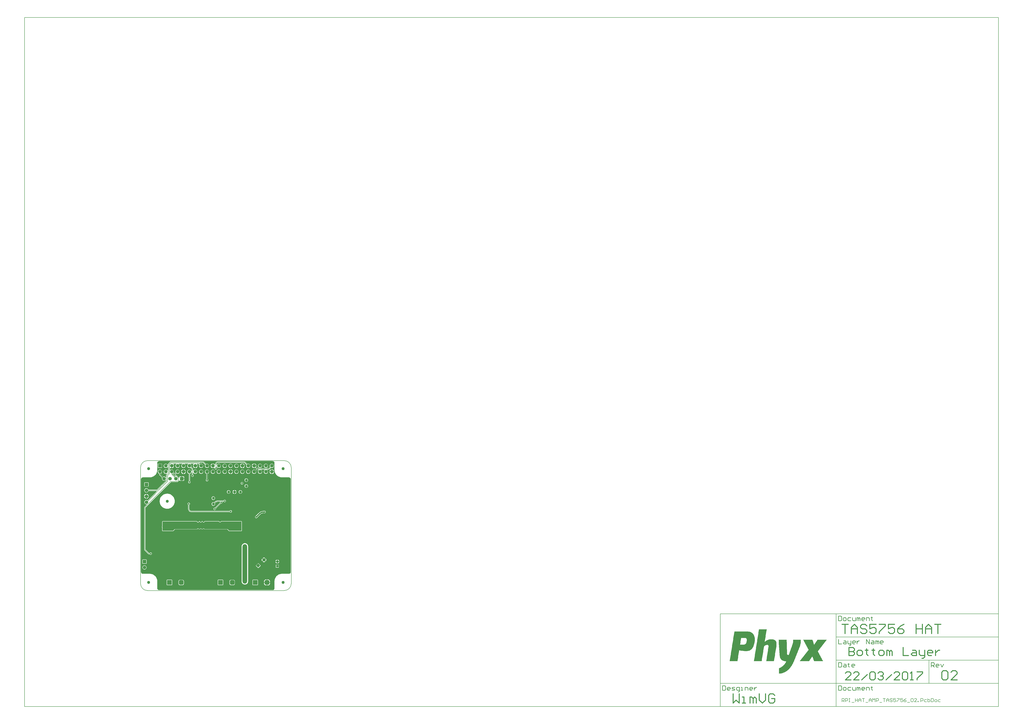
<source format=gbl>
G04 Layer_Physical_Order=2*
G04 Layer_Color=40191*
%FSLAX25Y25*%
%MOIN*%
G70*
G01*
G75*
%ADD11C,0.02362*%
%ADD32C,0.01181*%
%ADD34C,0.00787*%
%ADD35C,0.01575*%
%ADD36C,0.00984*%
G04:AMPARAMS|DCode=40|XSize=49.21mil|YSize=49.21mil|CornerRadius=12.3mil|HoleSize=0mil|Usage=FLASHONLY|Rotation=45.000|XOffset=0mil|YOffset=0mil|HoleType=Round|Shape=RoundedRectangle|*
%AMROUNDEDRECTD40*
21,1,0.04921,0.02461,0,0,45.0*
21,1,0.02461,0.04921,0,0,45.0*
1,1,0.02461,0.01740,0.00000*
1,1,0.02461,0.00000,-0.01740*
1,1,0.02461,-0.01740,0.00000*
1,1,0.02461,0.00000,0.01740*
%
%ADD40ROUNDEDRECTD40*%
%ADD41P,0.06960X4X90.0*%
%ADD42R,0.03937X0.03937*%
G04:AMPARAMS|DCode=43|XSize=39.37mil|YSize=39.37mil|CornerRadius=9.84mil|HoleSize=0mil|Usage=FLASHONLY|Rotation=90.000|XOffset=0mil|YOffset=0mil|HoleType=Round|Shape=RoundedRectangle|*
%AMROUNDEDRECTD43*
21,1,0.03937,0.01968,0,0,90.0*
21,1,0.01968,0.03937,0,0,90.0*
1,1,0.01968,0.00984,0.00984*
1,1,0.01968,0.00984,-0.00984*
1,1,0.01968,-0.00984,-0.00984*
1,1,0.01968,-0.00984,0.00984*
%
%ADD43ROUNDEDRECTD43*%
%ADD44C,0.04724*%
%ADD45O,0.07874X0.66929*%
%ADD46C,0.05118*%
G04:AMPARAMS|DCode=47|XSize=78.74mil|YSize=78.74mil|CornerRadius=19.68mil|HoleSize=0mil|Usage=FLASHONLY|Rotation=0.000|XOffset=0mil|YOffset=0mil|HoleType=Round|Shape=RoundedRectangle|*
%AMROUNDEDRECTD47*
21,1,0.07874,0.03937,0,0,0.0*
21,1,0.03937,0.07874,0,0,0.0*
1,1,0.03937,0.01968,-0.01968*
1,1,0.03937,-0.01968,-0.01968*
1,1,0.03937,-0.01968,0.01968*
1,1,0.03937,0.01968,0.01968*
%
%ADD47ROUNDEDRECTD47*%
%ADD48R,0.07874X0.07874*%
%ADD49C,0.05905*%
%ADD50R,0.05905X0.05905*%
%ADD51R,0.05905X0.05905*%
%ADD52C,0.02756*%
G36*
X224410Y219662D02*
X225219Y219555D01*
X225973Y219243D01*
X226620Y218746D01*
X227117Y218099D01*
X227429Y217345D01*
X227536Y216535D01*
X227544Y216535D01*
Y204724D01*
X227520D01*
X227676Y202748D01*
X228139Y200819D01*
X228898Y198987D01*
X229934Y197296D01*
X231222Y195788D01*
X232729Y194501D01*
X234420Y193464D01*
X236252Y192706D01*
X238180Y192243D01*
X240158Y192087D01*
Y192111D01*
X251969D01*
X251969Y192103D01*
X252778Y191996D01*
X253532Y191684D01*
X254179Y191187D01*
X254676Y190540D01*
X254988Y189786D01*
X255095Y188976D01*
X255103D01*
Y31496D01*
X255095D01*
X254988Y30687D01*
X254676Y29933D01*
X254179Y29285D01*
X253532Y28789D01*
X252778Y28476D01*
X251969Y28370D01*
X251969Y28362D01*
X240158D01*
Y28385D01*
X238180Y28230D01*
X236252Y27767D01*
X234420Y27008D01*
X232729Y25972D01*
X231222Y24684D01*
X229934Y23176D01*
X228898Y21485D01*
X228139Y19653D01*
X227676Y17725D01*
X227520Y15748D01*
X227544D01*
Y3937D01*
X227536Y3937D01*
X227429Y3128D01*
X227117Y2374D01*
X226620Y1726D01*
X225973Y1230D01*
X225219Y917D01*
X224410Y811D01*
Y803D01*
X31496D01*
Y811D01*
X30687Y917D01*
X29933Y1230D01*
X29285Y1726D01*
X28789Y2374D01*
X28476Y3128D01*
X28370Y3937D01*
X28362Y3937D01*
Y15748D01*
X28385D01*
X28230Y17725D01*
X27767Y19653D01*
X27008Y21485D01*
X25972Y23176D01*
X24684Y24684D01*
X23176Y25972D01*
X21485Y27008D01*
X19653Y27767D01*
X17725Y28230D01*
X15748Y28385D01*
Y28362D01*
X3937D01*
X3937Y28370D01*
X3128Y28476D01*
X2374Y28789D01*
X1726Y29285D01*
X1230Y29933D01*
X917Y30687D01*
X811Y31496D01*
X803D01*
Y188976D01*
X811D01*
X917Y189786D01*
X1230Y190540D01*
X1726Y191187D01*
X2374Y191684D01*
X3128Y191996D01*
X3937Y192103D01*
X3937Y192111D01*
X15748D01*
Y192087D01*
X17725Y192243D01*
X19653Y192706D01*
X21485Y193464D01*
X23176Y194501D01*
X24684Y195788D01*
X25972Y197296D01*
X27008Y198987D01*
X27767Y200819D01*
X28230Y202748D01*
X28385Y204724D01*
X28362D01*
Y216535D01*
X28370Y216535D01*
X28476Y217345D01*
X28789Y218099D01*
X29285Y218746D01*
X29933Y219243D01*
X30687Y219555D01*
X31496Y219662D01*
Y219670D01*
X224410D01*
Y219662D01*
D02*
G37*
G36*
X1165172Y-83717D02*
X1164886D01*
Y-84003D01*
X1164599D01*
Y-84290D01*
Y-84576D01*
X1164313D01*
Y-84862D01*
X1164027D01*
Y-85149D01*
X1163740D01*
Y-85435D01*
Y-85721D01*
X1163454D01*
Y-86007D01*
X1163168D01*
Y-86294D01*
X1162881D01*
Y-86580D01*
X1162595D01*
Y-86866D01*
Y-87153D01*
X1162309D01*
Y-87439D01*
X1162022D01*
Y-87725D01*
X1161736D01*
Y-88012D01*
Y-88298D01*
X1161450D01*
Y-88584D01*
X1161163D01*
Y-88871D01*
X1160877D01*
Y-89157D01*
X1160591D01*
Y-89443D01*
Y-89730D01*
X1160305D01*
Y-90016D01*
X1160018D01*
Y-90302D01*
X1159732D01*
Y-90588D01*
Y-90875D01*
X1159445D01*
Y-91161D01*
X1159159D01*
Y-91448D01*
X1158873D01*
Y-91734D01*
Y-92020D01*
X1158587D01*
Y-92306D01*
X1158300D01*
Y-92593D01*
X1158014D01*
Y-92879D01*
X1157728D01*
Y-93165D01*
Y-93452D01*
X1157441D01*
Y-93738D01*
X1157155D01*
Y-94024D01*
X1156869D01*
Y-94311D01*
Y-94597D01*
X1156582D01*
Y-94883D01*
X1156296D01*
Y-95170D01*
X1156010D01*
Y-95456D01*
Y-95742D01*
X1155723D01*
Y-96029D01*
X1155437D01*
Y-96315D01*
X1155151D01*
Y-96601D01*
X1154865D01*
Y-96887D01*
Y-97174D01*
X1154578D01*
Y-97460D01*
X1154292D01*
Y-97746D01*
X1154006D01*
Y-98033D01*
Y-98319D01*
X1153719D01*
Y-98605D01*
X1153433D01*
Y-98892D01*
X1153147D01*
Y-99178D01*
Y-99464D01*
X1152860D01*
Y-99751D01*
X1152574D01*
Y-100037D01*
X1152288D01*
Y-100323D01*
X1152001D01*
Y-100610D01*
Y-100896D01*
X1151715D01*
Y-101182D01*
X1151429D01*
Y-101468D01*
X1151142D01*
Y-101755D01*
Y-102041D01*
X1150856D01*
Y-102327D01*
X1150570D01*
Y-102614D01*
X1150284D01*
Y-102900D01*
X1149997D01*
Y-103186D01*
Y-103473D01*
X1150284D01*
Y-103759D01*
Y-104045D01*
X1150570D01*
Y-104332D01*
Y-104618D01*
X1150856D01*
Y-104904D01*
X1151142D01*
Y-105191D01*
Y-105477D01*
X1151429D01*
Y-105763D01*
Y-106049D01*
X1151715D01*
Y-106336D01*
Y-106622D01*
X1152001D01*
Y-106908D01*
Y-107195D01*
X1152288D01*
Y-107481D01*
Y-107767D01*
X1152574D01*
Y-108054D01*
Y-108340D01*
X1152860D01*
Y-108626D01*
Y-108913D01*
X1153147D01*
Y-109199D01*
Y-109485D01*
X1153433D01*
Y-109772D01*
X1153719D01*
Y-110058D01*
Y-110344D01*
X1154006D01*
Y-110630D01*
Y-110917D01*
X1154292D01*
Y-111203D01*
Y-111489D01*
X1154578D01*
Y-111776D01*
Y-112062D01*
X1154865D01*
Y-112348D01*
Y-112635D01*
X1155151D01*
Y-112921D01*
Y-113207D01*
X1155437D01*
Y-113494D01*
Y-113780D01*
X1155723D01*
Y-114066D01*
X1156010D01*
Y-114353D01*
Y-114639D01*
X1156296D01*
Y-114925D01*
Y-115211D01*
X1156582D01*
Y-115498D01*
Y-115784D01*
X1156869D01*
Y-116070D01*
Y-116357D01*
X1157155D01*
Y-116643D01*
Y-116929D01*
X1157441D01*
Y-117216D01*
Y-117502D01*
X1157728D01*
Y-117788D01*
Y-118075D01*
X1158014D01*
Y-118361D01*
X1158300D01*
Y-118647D01*
Y-118933D01*
X1158587D01*
Y-119220D01*
Y-119506D01*
X1158873D01*
Y-119792D01*
X1143698D01*
Y-119506D01*
X1143412D01*
Y-119220D01*
Y-118933D01*
Y-118647D01*
X1143126D01*
Y-118361D01*
Y-118075D01*
Y-117788D01*
X1142839D01*
Y-117502D01*
Y-117216D01*
X1142553D01*
Y-116929D01*
Y-116643D01*
Y-116357D01*
X1142267D01*
Y-116070D01*
Y-115784D01*
Y-115498D01*
X1141980D01*
Y-115211D01*
Y-114925D01*
X1141694D01*
Y-114639D01*
Y-114353D01*
Y-114066D01*
X1141408D01*
Y-113780D01*
Y-113494D01*
Y-113207D01*
X1141121D01*
Y-112921D01*
Y-112635D01*
Y-112348D01*
X1140835D01*
Y-112062D01*
X1140263D01*
Y-112348D01*
Y-112635D01*
X1139976D01*
Y-112921D01*
X1139690D01*
Y-113207D01*
Y-113494D01*
X1139404D01*
Y-113780D01*
X1139117D01*
Y-114066D01*
Y-114353D01*
X1138831D01*
Y-114639D01*
X1138545D01*
Y-114925D01*
Y-115211D01*
X1138258D01*
Y-115498D01*
X1137972D01*
Y-115784D01*
X1137686D01*
Y-116070D01*
Y-116357D01*
X1137399D01*
Y-116643D01*
X1137113D01*
Y-116929D01*
Y-117216D01*
X1136827D01*
Y-117502D01*
X1136541D01*
Y-117788D01*
Y-118075D01*
X1136254D01*
Y-118361D01*
X1135968D01*
Y-118647D01*
Y-118933D01*
X1135682D01*
Y-119220D01*
X1135395D01*
Y-119506D01*
Y-119792D01*
X1119362D01*
Y-119506D01*
X1119648D01*
Y-119220D01*
X1119934D01*
Y-118933D01*
X1120221D01*
Y-118647D01*
X1120507D01*
Y-118361D01*
Y-118075D01*
X1120793D01*
Y-117788D01*
X1121080D01*
Y-117502D01*
X1121366D01*
Y-117216D01*
X1121652D01*
Y-116929D01*
Y-116643D01*
X1121939D01*
Y-116357D01*
X1122225D01*
Y-116070D01*
X1122511D01*
Y-115784D01*
Y-115498D01*
X1122797D01*
Y-115211D01*
X1123084D01*
Y-114925D01*
X1123370D01*
Y-114639D01*
X1123656D01*
Y-114353D01*
Y-114066D01*
X1123943D01*
Y-113780D01*
X1124229D01*
Y-113494D01*
X1124515D01*
Y-113207D01*
X1124802D01*
Y-112921D01*
Y-112635D01*
X1125088D01*
Y-112348D01*
X1125374D01*
Y-112062D01*
X1125661D01*
Y-111776D01*
Y-111489D01*
X1125947D01*
Y-111203D01*
X1126233D01*
Y-110917D01*
X1126519D01*
Y-110630D01*
X1126806D01*
Y-110344D01*
Y-110058D01*
X1127092D01*
Y-109772D01*
X1127378D01*
Y-109485D01*
X1127665D01*
Y-109199D01*
Y-108913D01*
X1127951D01*
Y-108626D01*
X1128237D01*
Y-108340D01*
X1128524D01*
Y-108054D01*
X1128810D01*
Y-107767D01*
Y-107481D01*
X1129096D01*
Y-107195D01*
X1129383D01*
Y-106908D01*
X1129669D01*
Y-106622D01*
Y-106336D01*
X1129955D01*
Y-106049D01*
X1130242D01*
Y-105763D01*
X1130528D01*
Y-105477D01*
X1130814D01*
Y-105191D01*
Y-104904D01*
X1131100D01*
Y-104618D01*
X1131387D01*
Y-104332D01*
X1131673D01*
Y-104045D01*
X1131960D01*
Y-103759D01*
Y-103473D01*
X1132246D01*
Y-103186D01*
X1132532D01*
Y-102900D01*
X1132818D01*
Y-102614D01*
Y-102327D01*
X1133105D01*
Y-102041D01*
X1133391D01*
Y-101755D01*
X1133677D01*
Y-101468D01*
X1133964D01*
Y-101182D01*
Y-100896D01*
X1134250D01*
Y-100610D01*
Y-100323D01*
Y-100037D01*
X1133964D01*
Y-99751D01*
X1133677D01*
Y-99464D01*
Y-99178D01*
X1133391D01*
Y-98892D01*
Y-98605D01*
X1133105D01*
Y-98319D01*
Y-98033D01*
X1132818D01*
Y-97746D01*
Y-97460D01*
X1132532D01*
Y-97174D01*
Y-96887D01*
X1132246D01*
Y-96601D01*
Y-96315D01*
X1131960D01*
Y-96029D01*
X1131673D01*
Y-95742D01*
Y-95456D01*
X1131387D01*
Y-95170D01*
Y-94883D01*
X1131100D01*
Y-94597D01*
Y-94311D01*
X1130814D01*
Y-94024D01*
Y-93738D01*
X1130528D01*
Y-93452D01*
Y-93165D01*
X1130242D01*
Y-92879D01*
Y-92593D01*
X1129955D01*
Y-92306D01*
X1129669D01*
Y-92020D01*
Y-91734D01*
X1129383D01*
Y-91448D01*
Y-91161D01*
X1129096D01*
Y-90875D01*
Y-90588D01*
X1128810D01*
Y-90302D01*
Y-90016D01*
X1128524D01*
Y-89730D01*
Y-89443D01*
X1128237D01*
Y-89157D01*
Y-88871D01*
X1127951D01*
Y-88584D01*
Y-88298D01*
X1127665D01*
Y-88012D01*
X1127378D01*
Y-87725D01*
Y-87439D01*
X1127092D01*
Y-87153D01*
Y-86866D01*
X1126806D01*
Y-86580D01*
Y-86294D01*
X1126519D01*
Y-86007D01*
Y-85721D01*
X1126233D01*
Y-85435D01*
Y-85149D01*
X1125947D01*
Y-84862D01*
Y-84576D01*
X1125661D01*
Y-84290D01*
X1125374D01*
Y-84003D01*
Y-83717D01*
X1125088D01*
Y-83431D01*
X1140835D01*
Y-83717D01*
X1141121D01*
Y-84003D01*
Y-84290D01*
Y-84576D01*
X1141408D01*
Y-84862D01*
Y-85149D01*
Y-85435D01*
X1141694D01*
Y-85721D01*
Y-86007D01*
Y-86294D01*
X1141980D01*
Y-86580D01*
Y-86866D01*
Y-87153D01*
X1142267D01*
Y-87439D01*
Y-87725D01*
Y-88012D01*
X1142553D01*
Y-88298D01*
Y-88584D01*
Y-88871D01*
X1142839D01*
Y-89157D01*
Y-89443D01*
Y-89730D01*
X1143126D01*
Y-90016D01*
Y-90302D01*
Y-90588D01*
X1143412D01*
Y-90875D01*
Y-91161D01*
Y-91448D01*
Y-91734D01*
X1143985D01*
Y-91448D01*
X1144271D01*
Y-91161D01*
X1144557D01*
Y-90875D01*
Y-90588D01*
X1144844D01*
Y-90302D01*
X1145130D01*
Y-90016D01*
Y-89730D01*
X1145416D01*
Y-89443D01*
X1145702D01*
Y-89157D01*
Y-88871D01*
X1145989D01*
Y-88584D01*
X1146275D01*
Y-88298D01*
Y-88012D01*
X1146561D01*
Y-87725D01*
X1146848D01*
Y-87439D01*
Y-87153D01*
X1147134D01*
Y-86866D01*
X1147420D01*
Y-86580D01*
Y-86294D01*
X1147707D01*
Y-86007D01*
X1147993D01*
Y-85721D01*
Y-85435D01*
X1148279D01*
Y-85149D01*
X1148566D01*
Y-84862D01*
Y-84576D01*
X1148852D01*
Y-84290D01*
X1149138D01*
Y-84003D01*
Y-83717D01*
X1149425D01*
Y-83431D01*
X1165172D01*
Y-83717D01*
D02*
G37*
G36*
X1032036Y-69688D02*
X1033754D01*
Y-69974D01*
X1034613D01*
Y-70260D01*
X1035472D01*
Y-70547D01*
X1036331D01*
Y-70833D01*
X1036904D01*
Y-71119D01*
X1037190D01*
Y-71406D01*
X1037763D01*
Y-71692D01*
X1038049D01*
Y-71978D01*
X1038622D01*
Y-72264D01*
X1038908D01*
Y-72551D01*
X1039194D01*
Y-72837D01*
X1039480D01*
Y-73123D01*
X1039767D01*
Y-73410D01*
X1040053D01*
Y-73696D01*
X1040339D01*
Y-73982D01*
Y-74269D01*
X1040626D01*
Y-74555D01*
X1040912D01*
Y-74841D01*
Y-75128D01*
X1041198D01*
Y-75414D01*
X1041485D01*
Y-75700D01*
Y-75987D01*
X1041771D01*
Y-76273D01*
Y-76559D01*
Y-76846D01*
X1042057D01*
Y-77132D01*
Y-77418D01*
Y-77704D01*
X1042344D01*
Y-77991D01*
Y-78277D01*
Y-78563D01*
Y-78850D01*
X1042630D01*
Y-79136D01*
Y-79422D01*
Y-79709D01*
Y-79995D01*
Y-80281D01*
X1042916D01*
Y-80568D01*
Y-80854D01*
Y-81140D01*
Y-81427D01*
Y-81713D01*
Y-81999D01*
Y-82285D01*
Y-82572D01*
Y-82858D01*
Y-83144D01*
Y-83431D01*
Y-83717D01*
Y-84003D01*
Y-84290D01*
Y-84576D01*
Y-84862D01*
Y-85149D01*
Y-85435D01*
Y-85721D01*
Y-86007D01*
X1042630D01*
Y-86294D01*
Y-86580D01*
Y-86866D01*
Y-87153D01*
Y-87439D01*
Y-87725D01*
Y-88012D01*
X1042344D01*
Y-88298D01*
Y-88584D01*
Y-88871D01*
Y-89157D01*
Y-89443D01*
X1042057D01*
Y-89730D01*
Y-90016D01*
Y-90302D01*
Y-90588D01*
Y-90875D01*
X1041771D01*
Y-91161D01*
Y-91448D01*
Y-91734D01*
X1041485D01*
Y-92020D01*
Y-92306D01*
Y-92593D01*
Y-92879D01*
X1041198D01*
Y-93165D01*
Y-93452D01*
Y-93738D01*
X1040912D01*
Y-94024D01*
Y-94311D01*
X1040626D01*
Y-94597D01*
Y-94883D01*
Y-95170D01*
X1040339D01*
Y-95456D01*
Y-95742D01*
X1040053D01*
Y-96029D01*
Y-96315D01*
X1039767D01*
Y-96601D01*
Y-96887D01*
X1039480D01*
Y-97174D01*
X1039194D01*
Y-97460D01*
Y-97746D01*
X1038908D01*
Y-98033D01*
X1038622D01*
Y-98319D01*
X1038335D01*
Y-98605D01*
Y-98892D01*
X1038049D01*
Y-99178D01*
X1037763D01*
Y-99464D01*
X1037476D01*
Y-99751D01*
X1037190D01*
Y-100037D01*
X1036904D01*
Y-100323D01*
X1036331D01*
Y-100610D01*
X1036045D01*
Y-100896D01*
X1035472D01*
Y-101182D01*
X1035186D01*
Y-101468D01*
X1034613D01*
Y-101755D01*
X1033754D01*
Y-102041D01*
X1032895D01*
Y-102327D01*
X1032036D01*
Y-102614D01*
X1030318D01*
Y-102900D01*
X1025165D01*
Y-102614D01*
X1022588D01*
Y-102327D01*
X1020584D01*
Y-102041D01*
X1019152D01*
Y-101755D01*
X1017721D01*
Y-101468D01*
X1016289D01*
Y-101755D01*
Y-102041D01*
Y-102327D01*
Y-102614D01*
Y-102900D01*
Y-103186D01*
Y-103473D01*
X1016003D01*
Y-103759D01*
Y-104045D01*
Y-104332D01*
Y-104618D01*
Y-104904D01*
Y-105191D01*
X1015716D01*
Y-105477D01*
Y-105763D01*
Y-106049D01*
Y-106336D01*
Y-106622D01*
Y-106908D01*
X1015430D01*
Y-107195D01*
Y-107481D01*
Y-107767D01*
Y-108054D01*
Y-108340D01*
Y-108626D01*
Y-108913D01*
X1015144D01*
Y-109199D01*
Y-109485D01*
Y-109772D01*
Y-110058D01*
Y-110344D01*
Y-110630D01*
X1014857D01*
Y-110917D01*
Y-111203D01*
Y-111489D01*
Y-111776D01*
Y-112062D01*
Y-112348D01*
X1014571D01*
Y-112635D01*
Y-112921D01*
Y-113207D01*
Y-113494D01*
Y-113780D01*
Y-114066D01*
Y-114353D01*
X1014285D01*
Y-114639D01*
Y-114925D01*
Y-115211D01*
Y-115498D01*
Y-115784D01*
Y-116070D01*
X1013999D01*
Y-116357D01*
Y-116643D01*
Y-116929D01*
Y-117216D01*
Y-117502D01*
Y-117788D01*
X1013712D01*
Y-118075D01*
Y-118361D01*
Y-118647D01*
Y-118933D01*
Y-119220D01*
Y-119506D01*
Y-119792D01*
X1000256D01*
Y-119506D01*
X1000542D01*
Y-119220D01*
Y-118933D01*
Y-118647D01*
Y-118361D01*
Y-118075D01*
X1000828D01*
Y-117788D01*
Y-117502D01*
Y-117216D01*
Y-116929D01*
Y-116643D01*
Y-116357D01*
Y-116070D01*
X1001114D01*
Y-115784D01*
Y-115498D01*
Y-115211D01*
Y-114925D01*
Y-114639D01*
Y-114353D01*
X1001401D01*
Y-114066D01*
Y-113780D01*
Y-113494D01*
Y-113207D01*
Y-112921D01*
Y-112635D01*
X1001687D01*
Y-112348D01*
Y-112062D01*
Y-111776D01*
Y-111489D01*
Y-111203D01*
Y-110917D01*
Y-110630D01*
X1001974D01*
Y-110344D01*
Y-110058D01*
Y-109772D01*
Y-109485D01*
Y-109199D01*
Y-108913D01*
X1002260D01*
Y-108626D01*
Y-108340D01*
Y-108054D01*
Y-107767D01*
Y-107481D01*
Y-107195D01*
X1002546D01*
Y-106908D01*
Y-106622D01*
Y-106336D01*
Y-106049D01*
Y-105763D01*
Y-105477D01*
X1002832D01*
Y-105191D01*
Y-104904D01*
Y-104618D01*
Y-104332D01*
Y-104045D01*
Y-103759D01*
Y-103473D01*
X1003119D01*
Y-103186D01*
Y-102900D01*
Y-102614D01*
Y-102327D01*
Y-102041D01*
Y-101755D01*
X1003405D01*
Y-101468D01*
Y-101182D01*
Y-100896D01*
Y-100610D01*
Y-100323D01*
Y-100037D01*
X1003691D01*
Y-99751D01*
Y-99464D01*
Y-99178D01*
Y-98892D01*
Y-98605D01*
Y-98319D01*
X1003978D01*
Y-98033D01*
Y-97746D01*
Y-97460D01*
Y-97174D01*
Y-96887D01*
Y-96601D01*
Y-96315D01*
X1004264D01*
Y-96029D01*
Y-95742D01*
Y-95456D01*
Y-95170D01*
Y-94883D01*
Y-94597D01*
X1004550D01*
Y-94311D01*
Y-94024D01*
Y-93738D01*
Y-93452D01*
Y-93165D01*
Y-92879D01*
X1004837D01*
Y-92593D01*
Y-92306D01*
Y-92020D01*
Y-91734D01*
Y-91448D01*
Y-91161D01*
Y-90875D01*
X1005123D01*
Y-90588D01*
Y-90302D01*
Y-90016D01*
Y-89730D01*
Y-89443D01*
Y-89157D01*
X1005409D01*
Y-88871D01*
Y-88584D01*
Y-88298D01*
Y-88012D01*
Y-87725D01*
Y-87439D01*
X1005696D01*
Y-87153D01*
Y-86866D01*
Y-86580D01*
Y-86294D01*
Y-86007D01*
Y-85721D01*
X1005982D01*
Y-85435D01*
Y-85149D01*
Y-84862D01*
Y-84576D01*
Y-84290D01*
Y-84003D01*
Y-83717D01*
X1006268D01*
Y-83431D01*
Y-83144D01*
Y-82858D01*
Y-82572D01*
Y-82285D01*
Y-81999D01*
X1006555D01*
Y-81713D01*
Y-81427D01*
Y-81140D01*
Y-80854D01*
Y-80568D01*
Y-80281D01*
X1006841D01*
Y-79995D01*
Y-79709D01*
Y-79422D01*
Y-79136D01*
Y-78850D01*
Y-78563D01*
Y-78277D01*
X1007127D01*
Y-77991D01*
Y-77704D01*
Y-77418D01*
Y-77132D01*
Y-76846D01*
Y-76559D01*
X1007413D01*
Y-76273D01*
Y-75987D01*
Y-75700D01*
Y-75414D01*
Y-75128D01*
Y-74841D01*
X1007700D01*
Y-74555D01*
Y-74269D01*
Y-73982D01*
Y-73696D01*
Y-73410D01*
Y-73123D01*
Y-72837D01*
X1007986D01*
Y-72551D01*
Y-72264D01*
Y-71978D01*
Y-71692D01*
Y-71406D01*
Y-71119D01*
X1008272D01*
Y-70833D01*
Y-70547D01*
Y-70260D01*
Y-69974D01*
Y-69688D01*
Y-69401D01*
X1032036D01*
Y-69688D01*
D02*
G37*
G36*
X1121080Y-83717D02*
Y-84003D01*
Y-84290D01*
Y-84576D01*
Y-84862D01*
Y-85149D01*
Y-85435D01*
Y-85721D01*
Y-86007D01*
Y-86294D01*
Y-86580D01*
Y-86866D01*
Y-87153D01*
Y-87439D01*
Y-87725D01*
Y-88012D01*
Y-88298D01*
Y-88584D01*
Y-88871D01*
Y-89157D01*
Y-89443D01*
X1120793D01*
Y-89730D01*
Y-90016D01*
Y-90302D01*
Y-90588D01*
Y-90875D01*
X1120507D01*
Y-91161D01*
Y-91448D01*
Y-91734D01*
Y-92020D01*
X1120221D01*
Y-92306D01*
Y-92593D01*
Y-92879D01*
Y-93165D01*
X1119934D01*
Y-93452D01*
Y-93738D01*
Y-94024D01*
X1119648D01*
Y-94311D01*
Y-94597D01*
Y-94883D01*
X1119362D01*
Y-95170D01*
Y-95456D01*
Y-95742D01*
X1119075D01*
Y-96029D01*
Y-96315D01*
Y-96601D01*
X1118789D01*
Y-96887D01*
Y-97174D01*
X1118503D01*
Y-97460D01*
Y-97746D01*
X1118217D01*
Y-98033D01*
Y-98319D01*
Y-98605D01*
X1117930D01*
Y-98892D01*
Y-99178D01*
X1117644D01*
Y-99464D01*
Y-99751D01*
Y-100037D01*
X1117358D01*
Y-100323D01*
Y-100610D01*
X1117071D01*
Y-100896D01*
Y-101182D01*
Y-101468D01*
X1116785D01*
Y-101755D01*
Y-102041D01*
X1116499D01*
Y-102327D01*
Y-102614D01*
Y-102900D01*
X1116212D01*
Y-103186D01*
Y-103473D01*
X1115926D01*
Y-103759D01*
Y-104045D01*
Y-104332D01*
X1115640D01*
Y-104618D01*
Y-104904D01*
X1115353D01*
Y-105191D01*
Y-105477D01*
Y-105763D01*
X1115067D01*
Y-106049D01*
Y-106336D01*
X1114781D01*
Y-106622D01*
Y-106908D01*
Y-107195D01*
X1114494D01*
Y-107481D01*
Y-107767D01*
X1114208D01*
Y-108054D01*
Y-108340D01*
Y-108626D01*
X1113922D01*
Y-108913D01*
Y-109199D01*
X1113636D01*
Y-109485D01*
Y-109772D01*
Y-110058D01*
X1113349D01*
Y-110344D01*
Y-110630D01*
X1113063D01*
Y-110917D01*
Y-111203D01*
Y-111489D01*
X1112776D01*
Y-111776D01*
Y-112062D01*
X1112490D01*
Y-112348D01*
Y-112635D01*
Y-112921D01*
X1112204D01*
Y-113207D01*
Y-113494D01*
X1111918D01*
Y-113780D01*
Y-114066D01*
Y-114353D01*
X1111631D01*
Y-114639D01*
Y-114925D01*
X1111345D01*
Y-115211D01*
Y-115498D01*
Y-115784D01*
X1111059D01*
Y-116070D01*
Y-116357D01*
X1110772D01*
Y-116643D01*
Y-116929D01*
Y-117216D01*
X1110486D01*
Y-117502D01*
Y-117788D01*
X1110200D01*
Y-118075D01*
Y-118361D01*
Y-118647D01*
X1109913D01*
Y-118933D01*
Y-119220D01*
X1109627D01*
Y-119506D01*
Y-119792D01*
Y-120079D01*
X1109341D01*
Y-120365D01*
Y-120651D01*
X1109054D01*
Y-120938D01*
Y-121224D01*
X1108768D01*
Y-121510D01*
Y-121797D01*
X1108482D01*
Y-122083D01*
Y-122369D01*
Y-122656D01*
X1108195D01*
Y-122942D01*
X1107909D01*
Y-123228D01*
Y-123514D01*
Y-123801D01*
X1107623D01*
Y-124087D01*
X1107337D01*
Y-124373D01*
Y-124660D01*
X1107050D01*
Y-124946D01*
Y-125232D01*
X1106764D01*
Y-125519D01*
Y-125805D01*
X1106478D01*
Y-126091D01*
Y-126378D01*
X1106191D01*
Y-126664D01*
X1105905D01*
Y-126950D01*
Y-127237D01*
X1105619D01*
Y-127523D01*
Y-127809D01*
X1105332D01*
Y-128095D01*
X1105046D01*
Y-128382D01*
X1104760D01*
Y-128668D01*
Y-128954D01*
X1104473D01*
Y-129241D01*
X1104187D01*
Y-129527D01*
Y-129813D01*
X1103901D01*
Y-130100D01*
X1103615D01*
Y-130386D01*
X1103328D01*
Y-130672D01*
Y-130959D01*
X1103042D01*
Y-131245D01*
X1102756D01*
Y-131531D01*
X1102469D01*
Y-131818D01*
X1102183D01*
Y-132104D01*
X1101897D01*
Y-132390D01*
Y-132676D01*
X1101610D01*
Y-132963D01*
X1101324D01*
Y-133249D01*
X1101038D01*
Y-133535D01*
X1100751D01*
Y-133822D01*
X1100465D01*
Y-134108D01*
X1100179D01*
Y-134394D01*
X1099892D01*
Y-134681D01*
X1099320D01*
Y-134967D01*
X1099034D01*
Y-135253D01*
X1098747D01*
Y-135540D01*
X1098461D01*
Y-135826D01*
X1098175D01*
Y-136112D01*
X1097602D01*
Y-136399D01*
X1097316D01*
Y-136685D01*
X1096743D01*
Y-136971D01*
X1096457D01*
Y-137258D01*
X1095884D01*
Y-137544D01*
X1095598D01*
Y-137830D01*
X1095025D01*
Y-138117D01*
X1094452D01*
Y-138403D01*
X1093880D01*
Y-138689D01*
X1093307D01*
Y-138975D01*
X1092735D01*
Y-139262D01*
X1091876D01*
Y-139548D01*
X1091303D01*
Y-139834D01*
X1090444D01*
Y-140121D01*
X1089299D01*
Y-140407D01*
X1088154D01*
Y-140693D01*
X1086436D01*
Y-140980D01*
X1084432D01*
Y-141266D01*
X1084145D01*
Y-140980D01*
Y-140693D01*
Y-140407D01*
Y-140121D01*
Y-139834D01*
Y-139548D01*
Y-139262D01*
Y-138975D01*
Y-138689D01*
Y-138403D01*
Y-138117D01*
Y-137830D01*
Y-137544D01*
Y-137258D01*
Y-136971D01*
Y-136685D01*
Y-136399D01*
Y-136112D01*
Y-135826D01*
Y-135540D01*
Y-135253D01*
Y-134967D01*
Y-134681D01*
Y-134394D01*
Y-134108D01*
Y-133822D01*
Y-133535D01*
Y-133249D01*
Y-132963D01*
Y-132676D01*
Y-132390D01*
Y-132104D01*
Y-131818D01*
X1084718D01*
Y-131531D01*
X1085291D01*
Y-131245D01*
X1085863D01*
Y-130959D01*
X1086436D01*
Y-130672D01*
X1087008D01*
Y-130386D01*
X1087581D01*
Y-130100D01*
X1087867D01*
Y-129813D01*
X1088440D01*
Y-129527D01*
X1088726D01*
Y-129241D01*
X1089299D01*
Y-128954D01*
X1089585D01*
Y-128668D01*
X1089872D01*
Y-128382D01*
X1090444D01*
Y-128095D01*
X1090730D01*
Y-127809D01*
X1091017D01*
Y-127523D01*
X1091303D01*
Y-127237D01*
X1091589D01*
Y-126950D01*
X1091876D01*
Y-126664D01*
X1092162D01*
Y-126378D01*
X1092448D01*
Y-126091D01*
X1092735D01*
Y-125805D01*
X1093021D01*
Y-125519D01*
X1093307D01*
Y-125232D01*
X1093594D01*
Y-124946D01*
Y-124660D01*
X1093880D01*
Y-124373D01*
X1094166D01*
Y-124087D01*
X1094452D01*
Y-123801D01*
Y-123514D01*
X1094739D01*
Y-123228D01*
X1095025D01*
Y-122942D01*
Y-122656D01*
X1095311D01*
Y-122369D01*
Y-122083D01*
X1095598D01*
Y-121797D01*
X1095884D01*
Y-121510D01*
Y-121224D01*
X1096170D01*
Y-120938D01*
Y-120651D01*
X1096457D01*
Y-120365D01*
Y-120079D01*
X1094739D01*
Y-119792D01*
X1092735D01*
Y-119506D01*
X1091589D01*
Y-119220D01*
X1091017D01*
Y-118933D01*
X1090158D01*
Y-118647D01*
X1089585D01*
Y-118361D01*
X1089299D01*
Y-118075D01*
X1088726D01*
Y-117788D01*
X1088440D01*
Y-117502D01*
X1088154D01*
Y-117216D01*
X1087867D01*
Y-116929D01*
X1087581D01*
Y-116643D01*
X1087295D01*
Y-116357D01*
Y-116070D01*
X1087008D01*
Y-115784D01*
X1086722D01*
Y-115498D01*
Y-115211D01*
X1086436D01*
Y-114925D01*
Y-114639D01*
X1086149D01*
Y-114353D01*
Y-114066D01*
X1085863D01*
Y-113780D01*
Y-113494D01*
Y-113207D01*
X1085577D01*
Y-112921D01*
Y-112635D01*
Y-112348D01*
Y-112062D01*
X1085291D01*
Y-111776D01*
Y-111489D01*
Y-111203D01*
Y-110917D01*
Y-110630D01*
Y-110344D01*
Y-110058D01*
X1085004D01*
Y-109772D01*
Y-109485D01*
Y-109199D01*
Y-108913D01*
Y-108626D01*
Y-108340D01*
Y-108054D01*
Y-107767D01*
Y-107481D01*
Y-107195D01*
Y-106908D01*
Y-106622D01*
Y-106336D01*
Y-106049D01*
Y-105763D01*
X1084718D01*
Y-105477D01*
Y-105191D01*
Y-104904D01*
Y-104618D01*
Y-104332D01*
Y-104045D01*
Y-103759D01*
Y-103473D01*
Y-103186D01*
Y-102900D01*
Y-102614D01*
Y-102327D01*
Y-102041D01*
Y-101755D01*
Y-101468D01*
X1084432D01*
Y-101182D01*
Y-100896D01*
Y-100610D01*
Y-100323D01*
Y-100037D01*
Y-99751D01*
Y-99464D01*
Y-99178D01*
Y-98892D01*
Y-98605D01*
Y-98319D01*
Y-98033D01*
Y-97746D01*
Y-97460D01*
Y-97174D01*
Y-96887D01*
X1084145D01*
Y-96601D01*
Y-96315D01*
Y-96029D01*
Y-95742D01*
Y-95456D01*
Y-95170D01*
Y-94883D01*
Y-94597D01*
Y-94311D01*
Y-94024D01*
Y-93738D01*
Y-93452D01*
Y-93165D01*
Y-92879D01*
Y-92593D01*
Y-92306D01*
X1083859D01*
Y-92020D01*
Y-91734D01*
Y-91448D01*
Y-91161D01*
Y-90875D01*
Y-90588D01*
Y-90302D01*
Y-90016D01*
Y-89730D01*
Y-89443D01*
Y-89157D01*
Y-88871D01*
Y-88584D01*
Y-88298D01*
X1083573D01*
Y-88012D01*
Y-87725D01*
Y-87439D01*
Y-87153D01*
Y-86866D01*
Y-86580D01*
Y-86294D01*
Y-86007D01*
Y-85721D01*
Y-85435D01*
Y-85149D01*
Y-84862D01*
Y-84576D01*
Y-84290D01*
Y-84003D01*
Y-83717D01*
X1083286D01*
Y-83431D01*
X1097029D01*
Y-83717D01*
Y-84003D01*
Y-84290D01*
Y-84576D01*
Y-84862D01*
Y-85149D01*
Y-85435D01*
Y-85721D01*
Y-86007D01*
Y-86294D01*
Y-86580D01*
Y-86866D01*
Y-87153D01*
Y-87439D01*
X1097316D01*
Y-87725D01*
Y-88012D01*
Y-88298D01*
Y-88584D01*
Y-88871D01*
Y-89157D01*
Y-89443D01*
Y-89730D01*
Y-90016D01*
Y-90302D01*
Y-90588D01*
Y-90875D01*
Y-91161D01*
Y-91448D01*
Y-91734D01*
Y-92020D01*
Y-92306D01*
Y-92593D01*
Y-92879D01*
Y-93165D01*
Y-93452D01*
Y-93738D01*
Y-94024D01*
Y-94311D01*
Y-94597D01*
Y-94883D01*
Y-95170D01*
Y-95456D01*
Y-95742D01*
Y-96029D01*
Y-96315D01*
Y-96601D01*
Y-96887D01*
Y-97174D01*
Y-97460D01*
Y-97746D01*
Y-98033D01*
Y-98319D01*
Y-98605D01*
Y-98892D01*
Y-99178D01*
X1097602D01*
Y-99464D01*
X1097316D01*
Y-99751D01*
Y-100037D01*
X1097602D01*
Y-100323D01*
Y-100610D01*
Y-100896D01*
Y-101182D01*
Y-101468D01*
Y-101755D01*
Y-102041D01*
Y-102327D01*
Y-102614D01*
Y-102900D01*
Y-103186D01*
Y-103473D01*
Y-103759D01*
Y-104045D01*
Y-104332D01*
Y-104618D01*
Y-104904D01*
Y-105191D01*
Y-105477D01*
Y-105763D01*
Y-106049D01*
Y-106336D01*
Y-106622D01*
Y-106908D01*
Y-107195D01*
Y-107481D01*
X1097888D01*
Y-107767D01*
Y-108054D01*
Y-108340D01*
X1098175D01*
Y-108626D01*
X1098461D01*
Y-108913D01*
X1098747D01*
Y-109199D01*
X1099606D01*
Y-109485D01*
X1100465D01*
Y-109199D01*
X1100751D01*
Y-108913D01*
Y-108626D01*
Y-108340D01*
X1101038D01*
Y-108054D01*
Y-107767D01*
X1101324D01*
Y-107481D01*
Y-107195D01*
Y-106908D01*
X1101610D01*
Y-106622D01*
Y-106336D01*
Y-106049D01*
X1101897D01*
Y-105763D01*
Y-105477D01*
Y-105191D01*
X1102183D01*
Y-104904D01*
Y-104618D01*
Y-104332D01*
X1102469D01*
Y-104045D01*
Y-103759D01*
X1102756D01*
Y-103473D01*
Y-103186D01*
Y-102900D01*
X1103042D01*
Y-102614D01*
Y-102327D01*
Y-102041D01*
X1103328D01*
Y-101755D01*
Y-101468D01*
Y-101182D01*
X1103615D01*
Y-100896D01*
Y-100610D01*
X1103901D01*
Y-100323D01*
Y-100037D01*
Y-99751D01*
X1104187D01*
Y-99464D01*
Y-99178D01*
Y-98892D01*
X1104473D01*
Y-98605D01*
Y-98319D01*
Y-98033D01*
X1104760D01*
Y-97746D01*
Y-97460D01*
X1105046D01*
Y-97174D01*
Y-96887D01*
Y-96601D01*
X1105332D01*
Y-96315D01*
Y-96029D01*
Y-95742D01*
X1105619D01*
Y-95456D01*
Y-95170D01*
Y-94883D01*
X1105905D01*
Y-94597D01*
Y-94311D01*
X1106191D01*
Y-94024D01*
Y-93738D01*
Y-93452D01*
X1106478D01*
Y-93165D01*
Y-92879D01*
Y-92593D01*
X1106764D01*
Y-92306D01*
Y-92020D01*
Y-91734D01*
X1107050D01*
Y-91448D01*
Y-91161D01*
Y-90875D01*
Y-90588D01*
X1107337D01*
Y-90302D01*
Y-90016D01*
Y-89730D01*
Y-89443D01*
X1107623D01*
Y-89157D01*
Y-88871D01*
Y-88584D01*
Y-88298D01*
Y-88012D01*
X1107909D01*
Y-87725D01*
Y-87439D01*
Y-87153D01*
Y-86866D01*
Y-86580D01*
Y-86294D01*
X1108195D01*
Y-86007D01*
Y-85721D01*
Y-85435D01*
Y-85149D01*
Y-84862D01*
Y-84576D01*
Y-84290D01*
Y-84003D01*
Y-83717D01*
Y-83431D01*
X1121080D01*
Y-83717D01*
D02*
G37*
G36*
X1063244Y-66252D02*
Y-66538D01*
X1062958D01*
Y-66825D01*
Y-67111D01*
Y-67397D01*
Y-67684D01*
Y-67970D01*
Y-68256D01*
X1062672D01*
Y-68542D01*
Y-68829D01*
Y-69115D01*
Y-69401D01*
Y-69688D01*
Y-69974D01*
X1062385D01*
Y-70260D01*
Y-70547D01*
Y-70833D01*
Y-71119D01*
Y-71406D01*
Y-71692D01*
Y-71978D01*
X1062099D01*
Y-72264D01*
Y-72551D01*
Y-72837D01*
Y-73123D01*
Y-73410D01*
Y-73696D01*
X1061813D01*
Y-73982D01*
Y-74269D01*
Y-74555D01*
Y-74841D01*
Y-75128D01*
Y-75414D01*
X1061526D01*
Y-75700D01*
Y-75987D01*
Y-76273D01*
Y-76559D01*
Y-76846D01*
Y-77132D01*
Y-77418D01*
X1061240D01*
Y-77704D01*
Y-77991D01*
Y-78277D01*
Y-78563D01*
Y-78850D01*
Y-79136D01*
X1060954D01*
Y-79422D01*
Y-79709D01*
Y-79995D01*
Y-80281D01*
Y-80568D01*
Y-80854D01*
X1060668D01*
Y-81140D01*
Y-81427D01*
Y-81713D01*
Y-81999D01*
Y-82285D01*
Y-82572D01*
X1060381D01*
Y-82858D01*
Y-83144D01*
Y-83431D01*
Y-83717D01*
Y-84003D01*
Y-84290D01*
Y-84576D01*
X1060095D01*
Y-84862D01*
Y-85149D01*
Y-85435D01*
Y-85721D01*
Y-86007D01*
Y-86294D01*
X1059809D01*
Y-86580D01*
Y-86866D01*
X1060381D01*
Y-86580D01*
X1060668D01*
Y-86294D01*
X1060954D01*
Y-86007D01*
X1061526D01*
Y-85721D01*
X1061813D01*
Y-85435D01*
X1062099D01*
Y-85149D01*
X1062672D01*
Y-84862D01*
X1063244D01*
Y-84576D01*
X1063531D01*
Y-84290D01*
X1064103D01*
Y-84003D01*
X1064962D01*
Y-83717D01*
X1065535D01*
Y-83431D01*
X1066394D01*
Y-83144D01*
X1067825D01*
Y-82858D01*
X1074124D01*
Y-83144D01*
X1075270D01*
Y-83431D01*
X1076128D01*
Y-83717D01*
X1076701D01*
Y-84003D01*
X1076987D01*
Y-84290D01*
X1077560D01*
Y-84576D01*
X1077846D01*
Y-84862D01*
X1078133D01*
Y-85149D01*
X1078419D01*
Y-85435D01*
X1078705D01*
Y-85721D01*
Y-86007D01*
X1078992D01*
Y-86294D01*
Y-86580D01*
X1079278D01*
Y-86866D01*
Y-87153D01*
Y-87439D01*
X1079564D01*
Y-87725D01*
Y-88012D01*
Y-88298D01*
Y-88584D01*
X1079850D01*
Y-88871D01*
Y-89157D01*
Y-89443D01*
Y-89730D01*
Y-90016D01*
Y-90302D01*
Y-90588D01*
Y-90875D01*
Y-91161D01*
Y-91448D01*
Y-91734D01*
Y-92020D01*
Y-92306D01*
Y-92593D01*
Y-92879D01*
Y-93165D01*
Y-93452D01*
Y-93738D01*
X1079564D01*
Y-94024D01*
Y-94311D01*
Y-94597D01*
Y-94883D01*
Y-95170D01*
Y-95456D01*
Y-95742D01*
X1079278D01*
Y-96029D01*
Y-96315D01*
Y-96601D01*
Y-96887D01*
Y-97174D01*
Y-97460D01*
Y-97746D01*
X1078992D01*
Y-98033D01*
Y-98319D01*
Y-98605D01*
Y-98892D01*
Y-99178D01*
Y-99464D01*
X1078705D01*
Y-99751D01*
Y-100037D01*
Y-100323D01*
Y-100610D01*
Y-100896D01*
Y-101182D01*
X1078419D01*
Y-101468D01*
Y-101755D01*
Y-102041D01*
Y-102327D01*
Y-102614D01*
Y-102900D01*
X1078133D01*
Y-103186D01*
Y-103473D01*
Y-103759D01*
Y-104045D01*
Y-104332D01*
Y-104618D01*
Y-104904D01*
X1077846D01*
Y-105191D01*
Y-105477D01*
Y-105763D01*
Y-106049D01*
Y-106336D01*
Y-106622D01*
X1077560D01*
Y-106908D01*
Y-107195D01*
Y-107481D01*
Y-107767D01*
Y-108054D01*
Y-108340D01*
X1077274D01*
Y-108626D01*
Y-108913D01*
Y-109199D01*
Y-109485D01*
Y-109772D01*
Y-110058D01*
Y-110344D01*
X1076987D01*
Y-110630D01*
Y-110917D01*
Y-111203D01*
Y-111489D01*
Y-111776D01*
Y-112062D01*
X1076701D01*
Y-112348D01*
Y-112635D01*
Y-112921D01*
Y-113207D01*
Y-113494D01*
Y-113780D01*
X1076415D01*
Y-114066D01*
Y-114353D01*
Y-114639D01*
Y-114925D01*
Y-115211D01*
Y-115498D01*
X1076128D01*
Y-115784D01*
Y-116070D01*
Y-116357D01*
Y-116643D01*
Y-116929D01*
Y-117216D01*
Y-117502D01*
X1075842D01*
Y-117788D01*
Y-118075D01*
Y-118361D01*
Y-118647D01*
Y-118933D01*
Y-119220D01*
X1075556D01*
Y-119506D01*
Y-119792D01*
X1062385D01*
Y-119506D01*
Y-119220D01*
X1062672D01*
Y-118933D01*
Y-118647D01*
Y-118361D01*
Y-118075D01*
Y-117788D01*
Y-117502D01*
X1062958D01*
Y-117216D01*
Y-116929D01*
Y-116643D01*
Y-116357D01*
Y-116070D01*
Y-115784D01*
Y-115498D01*
X1063244D01*
Y-115211D01*
Y-114925D01*
Y-114639D01*
Y-114353D01*
Y-114066D01*
Y-113780D01*
X1063531D01*
Y-113494D01*
Y-113207D01*
Y-112921D01*
Y-112635D01*
Y-112348D01*
Y-112062D01*
X1063817D01*
Y-111776D01*
Y-111489D01*
Y-111203D01*
Y-110917D01*
Y-110630D01*
Y-110344D01*
Y-110058D01*
X1064103D01*
Y-109772D01*
Y-109485D01*
Y-109199D01*
Y-108913D01*
Y-108626D01*
Y-108340D01*
X1064390D01*
Y-108054D01*
Y-107767D01*
Y-107481D01*
Y-107195D01*
Y-106908D01*
Y-106622D01*
Y-106336D01*
X1064676D01*
Y-106049D01*
Y-105763D01*
Y-105477D01*
Y-105191D01*
Y-104904D01*
Y-104618D01*
X1064962D01*
Y-104332D01*
Y-104045D01*
Y-103759D01*
Y-103473D01*
Y-103186D01*
Y-102900D01*
X1065249D01*
Y-102614D01*
Y-102327D01*
Y-102041D01*
Y-101755D01*
Y-101468D01*
Y-101182D01*
X1065535D01*
Y-100896D01*
Y-100610D01*
Y-100323D01*
Y-100037D01*
Y-99751D01*
Y-99464D01*
Y-99178D01*
X1065821D01*
Y-98892D01*
Y-98605D01*
Y-98319D01*
Y-98033D01*
Y-97746D01*
Y-97460D01*
X1066107D01*
Y-97174D01*
Y-96887D01*
Y-96601D01*
Y-96315D01*
Y-96029D01*
Y-95742D01*
Y-95456D01*
X1066394D01*
Y-95170D01*
Y-94883D01*
Y-94597D01*
Y-94311D01*
Y-94024D01*
Y-93738D01*
X1066107D01*
Y-93452D01*
Y-93165D01*
X1065821D01*
Y-92879D01*
X1065535D01*
Y-92593D01*
X1064962D01*
Y-92306D01*
X1063244D01*
Y-92593D01*
X1061813D01*
Y-92879D01*
X1060954D01*
Y-93165D01*
X1060381D01*
Y-93452D01*
X1060095D01*
Y-93738D01*
X1059522D01*
Y-94024D01*
X1059236D01*
Y-94311D01*
X1058950D01*
Y-94597D01*
Y-94883D01*
X1058663D01*
Y-95170D01*
Y-95456D01*
Y-95742D01*
X1058377D01*
Y-96029D01*
Y-96315D01*
Y-96601D01*
Y-96887D01*
Y-97174D01*
Y-97460D01*
X1058091D01*
Y-97746D01*
Y-98033D01*
Y-98319D01*
Y-98605D01*
Y-98892D01*
Y-99178D01*
Y-99464D01*
X1057804D01*
Y-99751D01*
Y-100037D01*
Y-100323D01*
Y-100610D01*
Y-100896D01*
Y-101182D01*
X1057518D01*
Y-101468D01*
Y-101755D01*
Y-102041D01*
Y-102327D01*
Y-102614D01*
Y-102900D01*
X1057232D01*
Y-103186D01*
Y-103473D01*
Y-103759D01*
Y-104045D01*
Y-104332D01*
Y-104618D01*
X1056946D01*
Y-104904D01*
Y-105191D01*
Y-105477D01*
Y-105763D01*
Y-106049D01*
Y-106336D01*
Y-106622D01*
X1056659D01*
Y-106908D01*
Y-107195D01*
Y-107481D01*
Y-107767D01*
Y-108054D01*
Y-108340D01*
X1056373D01*
Y-108626D01*
Y-108913D01*
Y-109199D01*
Y-109485D01*
Y-109772D01*
Y-110058D01*
X1056087D01*
Y-110344D01*
Y-110630D01*
Y-110917D01*
Y-111203D01*
Y-111489D01*
Y-111776D01*
Y-112062D01*
X1055800D01*
Y-112348D01*
Y-112635D01*
Y-112921D01*
Y-113207D01*
Y-113494D01*
Y-113780D01*
X1055514D01*
Y-114066D01*
Y-114353D01*
Y-114639D01*
Y-114925D01*
Y-115211D01*
Y-115498D01*
X1055228D01*
Y-115784D01*
Y-116070D01*
Y-116357D01*
Y-116643D01*
Y-116929D01*
Y-117216D01*
X1054941D01*
Y-117502D01*
Y-117788D01*
Y-118075D01*
Y-118361D01*
Y-118647D01*
Y-118933D01*
Y-119220D01*
X1054655D01*
Y-119506D01*
Y-119792D01*
X1041485D01*
Y-119506D01*
Y-119220D01*
X1041771D01*
Y-118933D01*
Y-118647D01*
Y-118361D01*
Y-118075D01*
Y-117788D01*
Y-117502D01*
Y-117216D01*
X1042057D01*
Y-116929D01*
Y-116643D01*
Y-116357D01*
Y-116070D01*
Y-115784D01*
Y-115498D01*
X1042344D01*
Y-115211D01*
Y-114925D01*
Y-114639D01*
Y-114353D01*
Y-114066D01*
Y-113780D01*
X1042630D01*
Y-113494D01*
Y-113207D01*
Y-112921D01*
Y-112635D01*
Y-112348D01*
Y-112062D01*
Y-111776D01*
X1042916D01*
Y-111489D01*
Y-111203D01*
Y-110917D01*
Y-110630D01*
Y-110344D01*
Y-110058D01*
X1043202D01*
Y-109772D01*
Y-109485D01*
Y-109199D01*
Y-108913D01*
Y-108626D01*
Y-108340D01*
X1043489D01*
Y-108054D01*
Y-107767D01*
Y-107481D01*
Y-107195D01*
Y-106908D01*
Y-106622D01*
X1043775D01*
Y-106336D01*
Y-106049D01*
Y-105763D01*
Y-105477D01*
Y-105191D01*
Y-104904D01*
Y-104618D01*
X1044061D01*
Y-104332D01*
Y-104045D01*
Y-103759D01*
Y-103473D01*
Y-103186D01*
Y-102900D01*
X1044348D01*
Y-102614D01*
Y-102327D01*
Y-102041D01*
Y-101755D01*
Y-101468D01*
Y-101182D01*
X1044634D01*
Y-100896D01*
Y-100610D01*
Y-100323D01*
Y-100037D01*
Y-99751D01*
Y-99464D01*
Y-99178D01*
X1044920D01*
Y-98892D01*
Y-98605D01*
Y-98319D01*
Y-98033D01*
Y-97746D01*
Y-97460D01*
X1045207D01*
Y-97174D01*
Y-96887D01*
Y-96601D01*
Y-96315D01*
Y-96029D01*
Y-95742D01*
X1045493D01*
Y-95456D01*
Y-95170D01*
Y-94883D01*
Y-94597D01*
Y-94311D01*
Y-94024D01*
X1045779D01*
Y-93738D01*
Y-93452D01*
Y-93165D01*
Y-92879D01*
Y-92593D01*
Y-92306D01*
Y-92020D01*
X1046066D01*
Y-91734D01*
Y-91448D01*
Y-91161D01*
Y-90875D01*
Y-90588D01*
Y-90302D01*
X1046352D01*
Y-90016D01*
Y-89730D01*
Y-89443D01*
Y-89157D01*
Y-88871D01*
Y-88584D01*
X1046638D01*
Y-88298D01*
Y-88012D01*
Y-87725D01*
Y-87439D01*
Y-87153D01*
Y-86866D01*
X1046925D01*
Y-86580D01*
Y-86294D01*
Y-86007D01*
Y-85721D01*
Y-85435D01*
Y-85149D01*
Y-84862D01*
X1047211D01*
Y-84576D01*
Y-84290D01*
Y-84003D01*
Y-83717D01*
Y-83431D01*
Y-83144D01*
X1047497D01*
Y-82858D01*
Y-82572D01*
Y-82285D01*
Y-81999D01*
Y-81713D01*
Y-81427D01*
X1047783D01*
Y-81140D01*
Y-80854D01*
Y-80568D01*
Y-80281D01*
Y-79995D01*
Y-79709D01*
Y-79422D01*
X1048070D01*
Y-79136D01*
Y-78850D01*
Y-78563D01*
Y-78277D01*
Y-77991D01*
Y-77704D01*
X1048356D01*
Y-77418D01*
Y-77132D01*
Y-76846D01*
Y-76559D01*
Y-76273D01*
Y-75987D01*
X1048642D01*
Y-75700D01*
Y-75414D01*
Y-75128D01*
Y-74841D01*
Y-74555D01*
Y-74269D01*
X1048929D01*
Y-73982D01*
Y-73696D01*
Y-73410D01*
Y-73123D01*
Y-72837D01*
Y-72551D01*
Y-72264D01*
X1049215D01*
Y-71978D01*
Y-71692D01*
Y-71406D01*
Y-71119D01*
Y-70833D01*
Y-70547D01*
X1049501D01*
Y-70260D01*
Y-69974D01*
Y-69688D01*
Y-69401D01*
Y-69115D01*
Y-68829D01*
X1049788D01*
Y-68542D01*
Y-68256D01*
Y-67970D01*
Y-67684D01*
Y-67397D01*
Y-67111D01*
Y-66825D01*
X1050074D01*
Y-66538D01*
Y-66252D01*
Y-65966D01*
X1063244D01*
Y-66252D01*
D02*
G37*
%LPC*%
G36*
X122454Y215614D02*
X121922Y215544D01*
X120960Y215146D01*
X120134Y214512D01*
X119501Y213686D01*
X119103Y212725D01*
X119033Y212193D01*
X122454D01*
Y215614D01*
D02*
G37*
G36*
X193454Y215614D02*
Y212193D01*
X196875D01*
X196805Y212725D01*
X196406Y213686D01*
X195773Y214512D01*
X194947Y215146D01*
X193985Y215544D01*
X193454Y215614D01*
D02*
G37*
G36*
X192454D02*
X191922Y215544D01*
X190960Y215146D01*
X190135Y214512D01*
X189501Y213686D01*
X189103Y212725D01*
X189033Y212193D01*
X192454D01*
Y215614D01*
D02*
G37*
G36*
X173454D02*
Y212193D01*
X176875D01*
X176805Y212725D01*
X176406Y213686D01*
X175773Y214512D01*
X174947Y215146D01*
X173986Y215544D01*
X173454Y215614D01*
D02*
G37*
G36*
X172454D02*
X171922Y215544D01*
X170960Y215146D01*
X170134Y214512D01*
X169501Y213686D01*
X169103Y212725D01*
X169033Y212193D01*
X172454D01*
Y215614D01*
D02*
G37*
G36*
X212954Y215267D02*
X212029Y215145D01*
X211167Y214788D01*
X210426Y214220D01*
X209859Y213480D01*
X209502Y212618D01*
X209380Y211693D01*
X209502Y210768D01*
X209859Y209906D01*
X210426Y209166D01*
X211167Y208598D01*
X212029Y208241D01*
X212954Y208119D01*
X213879Y208241D01*
X214740Y208598D01*
X215481Y209166D01*
X216049Y209906D01*
X216406Y210768D01*
X216528Y211693D01*
X216406Y212618D01*
X216049Y213480D01*
X215481Y214220D01*
X214740Y214788D01*
X213879Y215145D01*
X212954Y215267D01*
D02*
G37*
G36*
X202954D02*
X202029Y215145D01*
X201167Y214788D01*
X200427Y214220D01*
X199859Y213480D01*
X199502Y212618D01*
X199380Y211693D01*
X199502Y210768D01*
X199859Y209906D01*
X200427Y209166D01*
X201167Y208598D01*
X202029Y208241D01*
X202954Y208119D01*
X203879Y208241D01*
X204741Y208598D01*
X205481Y209166D01*
X206049Y209906D01*
X206406Y210768D01*
X206527Y211693D01*
X206406Y212618D01*
X206049Y213480D01*
X205481Y214220D01*
X204741Y214788D01*
X203879Y215145D01*
X202954Y215267D01*
D02*
G37*
G36*
X176930Y218720D02*
X129764D01*
X129380Y218644D01*
X129054Y218426D01*
X127243Y216615D01*
X127026Y216289D01*
X126949Y215905D01*
Y214272D01*
X126162Y214005D01*
X125773Y214512D01*
X124947Y215146D01*
X123986Y215544D01*
X123454Y215614D01*
Y211693D01*
Y207772D01*
X123986Y207842D01*
X124947Y208240D01*
X125429Y208610D01*
X125724Y208450D01*
X126071Y208110D01*
X125946Y207480D01*
X126099Y206712D01*
X126533Y206061D01*
X127185Y205626D01*
X127953Y205473D01*
X128721Y205626D01*
X129372Y206061D01*
X129807Y206712D01*
X129960Y207480D01*
X129807Y208248D01*
X129372Y208899D01*
X128956Y209177D01*
Y210027D01*
X129744Y210183D01*
X129859Y209906D01*
X130427Y209166D01*
X131167Y208598D01*
X132029Y208241D01*
X132954Y208119D01*
X133879Y208241D01*
X134740Y208598D01*
X135481Y209166D01*
X136049Y209906D01*
X136406Y210768D01*
X136528Y211693D01*
X136406Y212618D01*
X136049Y213480D01*
X135481Y214220D01*
X134740Y214788D01*
X133879Y215145D01*
X132954Y215267D01*
X132029Y215145D01*
X131167Y214788D01*
X130427Y214220D01*
X129859Y213480D01*
X129744Y213203D01*
X128956Y213359D01*
Y215490D01*
X130180Y216713D01*
X176514D01*
X179826Y213401D01*
X179501Y212618D01*
X179380Y211693D01*
X179501Y210768D01*
X179859Y209906D01*
X180427Y209166D01*
X181167Y208598D01*
X182029Y208241D01*
X182954Y208119D01*
X183879Y208241D01*
X184741Y208598D01*
X185481Y209166D01*
X186049Y209906D01*
X186406Y210768D01*
X186528Y211693D01*
X186406Y212618D01*
X186049Y213480D01*
X185481Y214220D01*
X184741Y214788D01*
X183879Y215145D01*
X182954Y215267D01*
X182029Y215145D01*
X181245Y214821D01*
X177640Y218426D01*
X177314Y218644D01*
X176930Y218720D01*
D02*
G37*
G36*
X162954Y215267D02*
X162029Y215145D01*
X161167Y214788D01*
X160426Y214220D01*
X159859Y213480D01*
X159502Y212618D01*
X159380Y211693D01*
X159502Y210768D01*
X159859Y209906D01*
X160426Y209166D01*
X161167Y208598D01*
X162029Y208241D01*
X162954Y208119D01*
X163879Y208241D01*
X164741Y208598D01*
X165481Y209166D01*
X166049Y209906D01*
X166406Y210768D01*
X166527Y211693D01*
X166406Y212618D01*
X166049Y213480D01*
X165481Y214220D01*
X164741Y214788D01*
X163879Y215145D01*
X162954Y215267D01*
D02*
G37*
G36*
X152954D02*
X152029Y215145D01*
X151167Y214788D01*
X150426Y214220D01*
X149858Y213480D01*
X149502Y212618D01*
X149380Y211693D01*
X149502Y210768D01*
X149858Y209906D01*
X150426Y209166D01*
X151167Y208598D01*
X152029Y208241D01*
X152954Y208119D01*
X153879Y208241D01*
X154741Y208598D01*
X155481Y209166D01*
X156049Y209906D01*
X156406Y210768D01*
X156527Y211693D01*
X156406Y212618D01*
X156049Y213480D01*
X155481Y214220D01*
X154741Y214788D01*
X153879Y215145D01*
X152954Y215267D01*
D02*
G37*
G36*
X142954D02*
X142029Y215145D01*
X141167Y214788D01*
X140427Y214220D01*
X139858Y213480D01*
X139502Y212618D01*
X139380Y211693D01*
X139502Y210768D01*
X139858Y209906D01*
X140427Y209166D01*
X141167Y208598D01*
X142029Y208241D01*
X142954Y208119D01*
X143879Y208241D01*
X144740Y208598D01*
X145481Y209166D01*
X146049Y209906D01*
X146406Y210768D01*
X146527Y211693D01*
X146406Y212618D01*
X146049Y213480D01*
X145481Y214220D01*
X144740Y214788D01*
X143879Y215145D01*
X142954Y215267D01*
D02*
G37*
G36*
X106930Y218720D02*
X50945D01*
X50561Y218644D01*
X50235Y218426D01*
X46875Y215066D01*
X46657Y214740D01*
X46581Y214356D01*
Y214080D01*
X45794Y213812D01*
X45481Y214220D01*
X44741Y214788D01*
X43878Y215145D01*
X42954Y215267D01*
X42029Y215145D01*
X41167Y214788D01*
X40426Y214220D01*
X39858Y213480D01*
X39501Y212618D01*
X39380Y211693D01*
X39501Y210768D01*
X39858Y209906D01*
X40426Y209166D01*
X41167Y208598D01*
X42029Y208241D01*
X42954Y208119D01*
X43878Y208241D01*
X44741Y208598D01*
X45481Y209166D01*
X45794Y209574D01*
X46581Y209306D01*
Y204080D01*
X45794Y203812D01*
X45481Y204220D01*
X44741Y204788D01*
X43878Y205145D01*
X42954Y205267D01*
X42029Y205145D01*
X41167Y204788D01*
X40426Y204220D01*
X39858Y203480D01*
X39501Y202618D01*
X39380Y201693D01*
X39501Y200768D01*
X39858Y199906D01*
X40426Y199166D01*
X41167Y198598D01*
X42029Y198241D01*
X42954Y198119D01*
X43878Y198241D01*
X43944Y198268D01*
X44390Y197600D01*
X43779Y196989D01*
X43561Y196663D01*
X43485Y196279D01*
Y192573D01*
X42697Y192305D01*
X42527Y192527D01*
X41787Y193095D01*
X40925Y193452D01*
X40000Y193574D01*
X39075Y193452D01*
X38492Y193211D01*
X34158Y197545D01*
Y198356D01*
X34740Y198598D01*
X35481Y199166D01*
X36049Y199906D01*
X36406Y200768D01*
X36527Y201693D01*
X36406Y202618D01*
X36049Y203480D01*
X35481Y204220D01*
X34740Y204788D01*
X33878Y205145D01*
X32954Y205267D01*
X32029Y205145D01*
X31167Y204788D01*
X30426Y204220D01*
X29858Y203480D01*
X29501Y202618D01*
X29380Y201693D01*
X29501Y200768D01*
X29858Y199906D01*
X30426Y199166D01*
X31167Y198598D01*
X31749Y198356D01*
Y197046D01*
X31749Y197046D01*
X31841Y196586D01*
X32102Y196195D01*
X36789Y191508D01*
X36548Y190925D01*
X36426Y190000D01*
X36548Y189075D01*
X36905Y188213D01*
X37473Y187473D01*
X38213Y186905D01*
X39075Y186548D01*
X40000Y186426D01*
X40925Y186548D01*
X41787Y186905D01*
X42425Y187395D01*
X42853Y187321D01*
X43257Y187131D01*
X43320Y186688D01*
X27636Y171003D01*
X13420D01*
X13095Y171787D01*
X12527Y172527D01*
X11787Y173095D01*
X10925Y173452D01*
X10000Y173574D01*
X9075Y173452D01*
X8213Y173095D01*
X7473Y172527D01*
X6905Y171787D01*
X6548Y170925D01*
X6426Y170000D01*
X6548Y169075D01*
X6905Y168213D01*
X7473Y167473D01*
X8213Y166905D01*
X9075Y166548D01*
X10000Y166426D01*
X10925Y166548D01*
X11787Y166905D01*
X12527Y167473D01*
X13095Y168213D01*
X13420Y168997D01*
X27094D01*
X27420Y168209D01*
X12081Y152870D01*
X11787Y153095D01*
X10925Y153452D01*
X10000Y153574D01*
X9075Y153452D01*
X8213Y153095D01*
X7473Y152527D01*
X6905Y151787D01*
X6548Y150925D01*
X6426Y150000D01*
X6548Y149075D01*
X6905Y148213D01*
X7473Y147473D01*
X8213Y146905D01*
X9075Y146548D01*
X10000Y146426D01*
X10040Y146431D01*
X10408Y145686D01*
X6771Y142048D01*
X6553Y141723D01*
X6477Y141339D01*
Y69291D01*
X6553Y68907D01*
X6771Y68582D01*
X13464Y61889D01*
X13789Y61671D01*
X14173Y61595D01*
X15626D01*
X15904Y61179D01*
X16555Y60744D01*
X17323Y60591D01*
X18091Y60744D01*
X18742Y61179D01*
X19177Y61830D01*
X19330Y62598D01*
X19177Y63367D01*
X18742Y64018D01*
X18091Y64453D01*
X17323Y64605D01*
X16555Y64453D01*
X15904Y64018D01*
X15626Y63602D01*
X14589D01*
X8484Y69707D01*
Y140923D01*
X51597Y184036D01*
X62225D01*
X62609Y184112D01*
X62934Y184330D01*
X65040Y186436D01*
X65258Y186761D01*
X65271Y186825D01*
X66073Y186821D01*
X66105Y186657D01*
X66326Y186326D01*
X66657Y186105D01*
X67047Y186028D01*
X69500D01*
Y190000D01*
Y193972D01*
X67047D01*
X66657Y193895D01*
X66326Y193674D01*
X66105Y193343D01*
X66028Y192953D01*
Y191778D01*
X65312Y191632D01*
X65240Y191647D01*
X65040Y191947D01*
X59793Y197194D01*
X59881Y197638D01*
X59728Y198406D01*
X59293Y199057D01*
X58642Y199492D01*
X57874Y199645D01*
X57106Y199492D01*
X56455Y199057D01*
X56020Y198406D01*
X55867Y197638D01*
X56020Y196870D01*
X56455Y196219D01*
X57106Y195783D01*
X57874Y195631D01*
X58411Y195738D01*
X59806Y194343D01*
X59524Y193511D01*
X59075Y193452D01*
X58292Y193128D01*
X53957Y197462D01*
Y198273D01*
X54741Y198598D01*
X55481Y199166D01*
X56049Y199906D01*
X56406Y200768D01*
X56527Y201693D01*
X56406Y202618D01*
X56049Y203480D01*
X55481Y204220D01*
X54741Y204788D01*
X53878Y205145D01*
X52953Y205267D01*
X52029Y205145D01*
X51167Y204788D01*
X50767Y204482D01*
X49980Y204870D01*
Y208000D01*
X50767Y208388D01*
X50960Y208240D01*
X51922Y207842D01*
X52454Y207772D01*
Y211693D01*
X52953D01*
Y212193D01*
X56875D01*
X56805Y212725D01*
X56406Y213686D01*
X55773Y214512D01*
X55726Y214548D01*
X55994Y215335D01*
X60586D01*
X60853Y214548D01*
X60426Y214220D01*
X59859Y213480D01*
X59501Y212618D01*
X59380Y211693D01*
X59501Y210768D01*
X59859Y209906D01*
X60426Y209166D01*
X61167Y208598D01*
X62029Y208241D01*
X62954Y208119D01*
X63879Y208241D01*
X64741Y208598D01*
X65481Y209166D01*
X66049Y209906D01*
X66406Y210768D01*
X66527Y211693D01*
X66406Y212618D01*
X66049Y213480D01*
X65481Y214220D01*
X65054Y214548D01*
X65321Y215335D01*
X70586D01*
X70853Y214548D01*
X70426Y214220D01*
X69858Y213480D01*
X69502Y212618D01*
X69380Y211693D01*
X69502Y210768D01*
X69858Y209906D01*
X70426Y209166D01*
X71167Y208598D01*
X72029Y208241D01*
X72954Y208119D01*
X73879Y208241D01*
X74740Y208598D01*
X75481Y209166D01*
X76049Y209906D01*
X76406Y210768D01*
X76527Y211693D01*
X76406Y212618D01*
X76049Y213480D01*
X75481Y214220D01*
X75054Y214548D01*
X75321Y215335D01*
X80586D01*
X80853Y214548D01*
X80426Y214220D01*
X79858Y213480D01*
X79501Y212618D01*
X79380Y211693D01*
X79501Y210768D01*
X79858Y209906D01*
X80426Y209166D01*
X81167Y208598D01*
X82029Y208241D01*
X82954Y208119D01*
X83878Y208241D01*
X84662Y208565D01*
X87186Y206042D01*
Y202722D01*
X86406Y202618D01*
X86049Y203480D01*
X85481Y204220D01*
X84741Y204788D01*
X83878Y205145D01*
X82954Y205267D01*
X82029Y205145D01*
X81167Y204788D01*
X80426Y204220D01*
X79858Y203480D01*
X79501Y202618D01*
X79380Y201693D01*
X79501Y200768D01*
X79858Y199906D01*
X80426Y199166D01*
X81167Y198598D01*
X81950Y198273D01*
Y185752D01*
X81534Y185474D01*
X81099Y184823D01*
X80946Y184055D01*
X81099Y183287D01*
X81534Y182636D01*
X82186Y182201D01*
X82954Y182048D01*
X83722Y182201D01*
X84373Y182636D01*
X84808Y183287D01*
X84961Y184055D01*
X84808Y184823D01*
X84373Y185474D01*
X83957Y185752D01*
Y198273D01*
X84741Y198598D01*
X85481Y199166D01*
X86049Y199906D01*
X86406Y200768D01*
X87186Y200664D01*
Y196579D01*
X86770Y196301D01*
X86335Y195650D01*
X86182Y194882D01*
X86335Y194114D01*
X86770Y193463D01*
X87421Y193028D01*
X88189Y192875D01*
X88957Y193028D01*
X89608Y193463D01*
X90043Y194114D01*
X90196Y194882D01*
X90043Y195650D01*
X89608Y196301D01*
X89192Y196579D01*
Y199543D01*
X89306Y199605D01*
X89980Y199748D01*
X90426Y199166D01*
X91167Y198598D01*
X92029Y198241D01*
X92954Y198119D01*
X93879Y198241D01*
X94740Y198598D01*
X95481Y199166D01*
X96049Y199906D01*
X96406Y200768D01*
X96527Y201693D01*
X96406Y202618D01*
X96049Y203480D01*
X95481Y204220D01*
X94740Y204788D01*
X93879Y205145D01*
X92954Y205267D01*
X92029Y205145D01*
X91167Y204788D01*
X90426Y204220D01*
X89980Y203638D01*
X89306Y203781D01*
X89192Y203843D01*
Y206457D01*
X89116Y206841D01*
X88899Y207167D01*
X86081Y209984D01*
X86406Y210768D01*
X86527Y211693D01*
X86406Y212618D01*
X86049Y213480D01*
X85481Y214220D01*
X85054Y214548D01*
X85321Y215335D01*
X89913D01*
X90181Y214548D01*
X90134Y214512D01*
X89501Y213686D01*
X89103Y212725D01*
X89033Y212193D01*
X96875D01*
X96805Y212725D01*
X96406Y213686D01*
X95773Y214512D01*
X95726Y214548D01*
X95994Y215335D01*
X97892D01*
X99826Y213401D01*
X99502Y212618D01*
X99380Y211693D01*
X99502Y210768D01*
X99858Y209906D01*
X100426Y209166D01*
X101167Y208598D01*
X102029Y208241D01*
X102954Y208119D01*
X103879Y208241D01*
X104741Y208598D01*
X105481Y209166D01*
X106049Y209906D01*
X106406Y210768D01*
X106527Y211693D01*
X106406Y212618D01*
X106049Y213480D01*
X105481Y214220D01*
X104741Y214788D01*
X103879Y215145D01*
X102954Y215267D01*
X102029Y215145D01*
X101245Y214821D01*
X100080Y215985D01*
X100382Y216713D01*
X106514D01*
X109826Y213401D01*
X109502Y212618D01*
X109380Y211693D01*
X109502Y210768D01*
X109859Y209906D01*
X110426Y209166D01*
X111167Y208598D01*
X112029Y208241D01*
X112954Y208119D01*
X113879Y208241D01*
X114741Y208598D01*
X115481Y209166D01*
X116049Y209906D01*
X116406Y210768D01*
X116527Y211693D01*
X116406Y212618D01*
X116049Y213480D01*
X115481Y214220D01*
X114741Y214788D01*
X113879Y215145D01*
X112954Y215267D01*
X112029Y215145D01*
X111245Y214821D01*
X107640Y218426D01*
X107314Y218644D01*
X106930Y218720D01*
D02*
G37*
G36*
X222954Y215267D02*
X222029Y215145D01*
X221167Y214788D01*
X220427Y214220D01*
X219859Y213480D01*
X219501Y212618D01*
X219380Y211693D01*
X219501Y210768D01*
X219826Y209984D01*
X217144Y207303D01*
X199729D01*
X199451Y207718D01*
X198800Y208154D01*
X198031Y208306D01*
X197263Y208154D01*
X196612Y207718D01*
X196177Y207067D01*
X196024Y206299D01*
X196177Y205531D01*
X196612Y204880D01*
X197263Y204445D01*
X198031Y204292D01*
X198800Y204445D01*
X199451Y204880D01*
X199729Y205296D01*
X200535D01*
X200802Y204508D01*
X200427Y204220D01*
X199858Y203480D01*
X199502Y202618D01*
X199380Y201693D01*
X199502Y200768D01*
X199858Y199906D01*
X200427Y199166D01*
X201167Y198598D01*
X202029Y198241D01*
X202954Y198119D01*
X203879Y198241D01*
X204741Y198598D01*
X205481Y199166D01*
X206049Y199906D01*
X206406Y200768D01*
X206527Y201693D01*
X206406Y202618D01*
X206049Y203480D01*
X205481Y204220D01*
X205105Y204508D01*
X205372Y205296D01*
X210535D01*
X210802Y204508D01*
X210426Y204220D01*
X209859Y203480D01*
X209502Y202618D01*
X209380Y201693D01*
X209502Y200768D01*
X209859Y199906D01*
X210426Y199166D01*
X211167Y198598D01*
X212029Y198241D01*
X212954Y198119D01*
X213879Y198241D01*
X214740Y198598D01*
X215481Y199166D01*
X216049Y199906D01*
X216406Y200768D01*
X216528Y201693D01*
X216406Y202618D01*
X216049Y203480D01*
X215481Y204220D01*
X215105Y204508D01*
X215372Y205296D01*
X217560D01*
X217944Y205372D01*
X218269Y205590D01*
X221245Y208565D01*
X222029Y208241D01*
X222954Y208119D01*
X223879Y208241D01*
X224741Y208598D01*
X225481Y209166D01*
X226049Y209906D01*
X226406Y210768D01*
X226528Y211693D01*
X226406Y212618D01*
X226049Y213480D01*
X225481Y214220D01*
X224741Y214788D01*
X223879Y215145D01*
X222954Y215267D01*
D02*
G37*
G36*
X35906Y215285D02*
X30001D01*
X29549Y215098D01*
X29362Y214646D01*
Y208740D01*
X29549Y208288D01*
X30001Y208101D01*
X35906D01*
X36358Y208288D01*
X36546Y208740D01*
Y214646D01*
X36358Y215098D01*
X35906Y215285D01*
D02*
G37*
G36*
X122454Y211193D02*
X119033D01*
X119103Y210661D01*
X119501Y209700D01*
X120134Y208874D01*
X120960Y208240D01*
X121922Y207842D01*
X122454Y207772D01*
Y211193D01*
D02*
G37*
G36*
X96875D02*
X93454D01*
Y207772D01*
X93985Y207842D01*
X94947Y208240D01*
X95773Y208874D01*
X96406Y209700D01*
X96805Y210661D01*
X96875Y211193D01*
D02*
G37*
G36*
X92454D02*
X89033D01*
X89103Y210661D01*
X89501Y209700D01*
X90134Y208874D01*
X90960Y208240D01*
X91922Y207842D01*
X92454Y207772D01*
Y211193D01*
D02*
G37*
G36*
X196875Y211193D02*
X193454D01*
Y207772D01*
X193985Y207842D01*
X194947Y208240D01*
X195773Y208874D01*
X196406Y209700D01*
X196805Y210661D01*
X196875Y211193D01*
D02*
G37*
G36*
X192454D02*
X189033D01*
X189103Y210661D01*
X189501Y209700D01*
X190135Y208874D01*
X190960Y208240D01*
X191922Y207842D01*
X192454Y207772D01*
Y211193D01*
D02*
G37*
G36*
X176875D02*
X173454D01*
Y207772D01*
X173986Y207842D01*
X174947Y208240D01*
X175773Y208874D01*
X176406Y209700D01*
X176805Y210661D01*
X176875Y211193D01*
D02*
G37*
G36*
X172454D02*
X169033D01*
X169103Y210661D01*
X169501Y209700D01*
X170134Y208874D01*
X170960Y208240D01*
X171922Y207842D01*
X172454Y207772D01*
Y211193D01*
D02*
G37*
G36*
X56875D02*
X53453D01*
Y207772D01*
X53985Y207842D01*
X54947Y208240D01*
X55773Y208874D01*
X56406Y209700D01*
X56805Y210661D01*
X56875Y211193D01*
D02*
G37*
G36*
X223454Y205614D02*
Y202193D01*
X226875D01*
X226805Y202725D01*
X226406Y203686D01*
X225773Y204512D01*
X224947Y205146D01*
X223986Y205544D01*
X223454Y205614D01*
D02*
G37*
G36*
X222454D02*
X221922Y205544D01*
X220960Y205146D01*
X220134Y204512D01*
X219501Y203686D01*
X219103Y202725D01*
X219033Y202193D01*
X222454D01*
Y205614D01*
D02*
G37*
G36*
X153454D02*
Y202193D01*
X156875D01*
X156805Y202725D01*
X156406Y203686D01*
X155773Y204512D01*
X154947Y205146D01*
X153986Y205544D01*
X153454Y205614D01*
D02*
G37*
G36*
X152454D02*
X151922Y205544D01*
X150960Y205146D01*
X150134Y204512D01*
X149501Y203686D01*
X149103Y202725D01*
X149033Y202193D01*
X152454D01*
Y205614D01*
D02*
G37*
G36*
X73453D02*
Y202193D01*
X76875D01*
X76805Y202725D01*
X76406Y203686D01*
X75773Y204512D01*
X74947Y205146D01*
X73985Y205544D01*
X73453Y205614D01*
D02*
G37*
G36*
X72453D02*
X71922Y205544D01*
X70960Y205146D01*
X70134Y204512D01*
X69501Y203686D01*
X69103Y202725D01*
X69033Y202193D01*
X72453D01*
Y205614D01*
D02*
G37*
G36*
X172954Y205267D02*
X172029Y205145D01*
X171167Y204788D01*
X170426Y204220D01*
X169859Y203480D01*
X169501Y202618D01*
X169380Y201693D01*
X169501Y200768D01*
X169859Y199906D01*
X170426Y199166D01*
X171167Y198598D01*
X172029Y198241D01*
X172954Y198119D01*
X173879Y198241D01*
X174741Y198598D01*
X175481Y199166D01*
X176049Y199906D01*
X176406Y200768D01*
X176528Y201693D01*
X176406Y202618D01*
X176049Y203480D01*
X175481Y204220D01*
X174741Y204788D01*
X173879Y205145D01*
X172954Y205267D01*
D02*
G37*
G36*
X192954Y205267D02*
X192029Y205145D01*
X191167Y204788D01*
X190427Y204220D01*
X189858Y203480D01*
X189502Y202618D01*
X189380Y201693D01*
X189502Y200768D01*
X189858Y199906D01*
X190427Y199166D01*
X191167Y198598D01*
X192029Y198241D01*
X192954Y198119D01*
X193879Y198241D01*
X194741Y198598D01*
X195481Y199166D01*
X196049Y199906D01*
X196406Y200768D01*
X196528Y201693D01*
X196406Y202618D01*
X196049Y203480D01*
X195481Y204220D01*
X194741Y204788D01*
X193879Y205145D01*
X192954Y205267D01*
D02*
G37*
G36*
X182954D02*
X182029Y205145D01*
X181167Y204788D01*
X180427Y204220D01*
X179859Y203480D01*
X179501Y202618D01*
X179380Y201693D01*
X179501Y200768D01*
X179859Y199906D01*
X180427Y199166D01*
X181167Y198598D01*
X182029Y198241D01*
X182954Y198119D01*
X183879Y198241D01*
X184740Y198598D01*
X185481Y199166D01*
X186049Y199906D01*
X186406Y200768D01*
X186528Y201693D01*
X186406Y202618D01*
X186049Y203480D01*
X185481Y204220D01*
X184740Y204788D01*
X183879Y205145D01*
X182954Y205267D01*
D02*
G37*
G36*
X162954D02*
X162029Y205145D01*
X161167Y204788D01*
X160426Y204220D01*
X159859Y203480D01*
X159502Y202618D01*
X159380Y201693D01*
X159502Y200768D01*
X159859Y199906D01*
X160426Y199166D01*
X161167Y198598D01*
X162029Y198241D01*
X162954Y198119D01*
X163879Y198241D01*
X164741Y198598D01*
X165481Y199166D01*
X166049Y199906D01*
X166406Y200768D01*
X166527Y201693D01*
X166406Y202618D01*
X166049Y203480D01*
X165481Y204220D01*
X164741Y204788D01*
X163879Y205145D01*
X162954Y205267D01*
D02*
G37*
G36*
X142954D02*
X142029Y205145D01*
X141167Y204788D01*
X140427Y204220D01*
X139858Y203480D01*
X139502Y202618D01*
X139380Y201693D01*
X139502Y200768D01*
X139858Y199906D01*
X140427Y199166D01*
X141167Y198598D01*
X142029Y198241D01*
X142954Y198119D01*
X143879Y198241D01*
X144740Y198598D01*
X145481Y199166D01*
X146049Y199906D01*
X146406Y200768D01*
X146527Y201693D01*
X146406Y202618D01*
X146049Y203480D01*
X145481Y204220D01*
X144740Y204788D01*
X143879Y205145D01*
X142954Y205267D01*
D02*
G37*
G36*
X132954D02*
X132029Y205145D01*
X131167Y204788D01*
X130427Y204220D01*
X129859Y203480D01*
X129501Y202618D01*
X129380Y201693D01*
X129501Y200768D01*
X129859Y199906D01*
X130427Y199166D01*
X131167Y198598D01*
X132029Y198241D01*
X132954Y198119D01*
X133879Y198241D01*
X134740Y198598D01*
X135481Y199166D01*
X136049Y199906D01*
X136406Y200768D01*
X136527Y201693D01*
X136406Y202618D01*
X136049Y203480D01*
X135481Y204220D01*
X134740Y204788D01*
X133879Y205145D01*
X132954Y205267D01*
D02*
G37*
G36*
X122954D02*
X122029Y205145D01*
X121167Y204788D01*
X120426Y204220D01*
X119859Y203480D01*
X119501Y202618D01*
X119380Y201693D01*
X119501Y200768D01*
X119859Y199906D01*
X120426Y199166D01*
X121167Y198598D01*
X122029Y198241D01*
X122954Y198119D01*
X123879Y198241D01*
X124741Y198598D01*
X125481Y199166D01*
X126049Y199906D01*
X126406Y200768D01*
X126527Y201693D01*
X126406Y202618D01*
X126049Y203480D01*
X125481Y204220D01*
X124741Y204788D01*
X123879Y205145D01*
X122954Y205267D01*
D02*
G37*
G36*
X102954D02*
X102029Y205145D01*
X101167Y204788D01*
X100426Y204220D01*
X99858Y203480D01*
X99502Y202618D01*
X99380Y201693D01*
X99502Y200768D01*
X99858Y199906D01*
X100426Y199166D01*
X101167Y198598D01*
X102029Y198241D01*
X102954Y198119D01*
X103879Y198241D01*
X104741Y198598D01*
X105481Y199166D01*
X106049Y199906D01*
X106406Y200768D01*
X106527Y201693D01*
X106406Y202618D01*
X106049Y203480D01*
X105481Y204220D01*
X104741Y204788D01*
X103879Y205145D01*
X102954Y205267D01*
D02*
G37*
G36*
X62954D02*
X62029Y205145D01*
X61167Y204788D01*
X60426Y204220D01*
X59859Y203480D01*
X59501Y202618D01*
X59380Y201693D01*
X59501Y200768D01*
X59859Y199906D01*
X60426Y199166D01*
X61167Y198598D01*
X62029Y198241D01*
X62954Y198119D01*
X63879Y198241D01*
X64741Y198598D01*
X65481Y199166D01*
X66049Y199906D01*
X66406Y200768D01*
X66527Y201693D01*
X66406Y202618D01*
X66049Y203480D01*
X65481Y204220D01*
X64741Y204788D01*
X63879Y205145D01*
X62954Y205267D01*
D02*
G37*
G36*
X226875Y201193D02*
X223454D01*
Y197772D01*
X223986Y197842D01*
X224947Y198240D01*
X225773Y198874D01*
X226406Y199699D01*
X226805Y200661D01*
X226875Y201193D01*
D02*
G37*
G36*
X222454D02*
X219033D01*
X219103Y200661D01*
X219501Y199699D01*
X220134Y198874D01*
X220960Y198240D01*
X221922Y197842D01*
X222454Y197772D01*
Y201193D01*
D02*
G37*
G36*
X156875D02*
X153454D01*
Y197772D01*
X153986Y197842D01*
X154947Y198240D01*
X155773Y198874D01*
X156406Y199699D01*
X156805Y200661D01*
X156875Y201193D01*
D02*
G37*
G36*
X152454D02*
X149033D01*
X149103Y200661D01*
X149501Y199699D01*
X150134Y198874D01*
X150960Y198240D01*
X151922Y197842D01*
X152454Y197772D01*
Y201193D01*
D02*
G37*
G36*
X76875D02*
X73453D01*
Y197772D01*
X73985Y197842D01*
X74947Y198240D01*
X75773Y198874D01*
X76406Y199699D01*
X76805Y200661D01*
X76875Y201193D01*
D02*
G37*
G36*
X72453D02*
X69033D01*
X69103Y200661D01*
X69501Y199699D01*
X70134Y198874D01*
X70960Y198240D01*
X71922Y197842D01*
X72453Y197772D01*
Y201193D01*
D02*
G37*
G36*
X72953Y193972D02*
X70500D01*
Y190500D01*
X73972D01*
Y192953D01*
X73895Y193343D01*
X73674Y193674D01*
X73343Y193895D01*
X72953Y193972D01*
D02*
G37*
G36*
X73972Y189500D02*
X70500D01*
Y186028D01*
X72953D01*
X73343Y186105D01*
X73674Y186326D01*
X73895Y186657D01*
X73972Y187047D01*
Y189500D01*
D02*
G37*
G36*
X112954Y205267D02*
X112029Y205145D01*
X111167Y204788D01*
X110426Y204220D01*
X109859Y203480D01*
X109502Y202618D01*
X109380Y201693D01*
X109502Y200768D01*
X109859Y199906D01*
X110426Y199166D01*
X111167Y198598D01*
X111749Y198356D01*
Y188964D01*
X111534Y188821D01*
X111099Y188170D01*
X110947Y187402D01*
X111099Y186634D01*
X111534Y185982D01*
X112186Y185547D01*
X112954Y185395D01*
X113722Y185547D01*
X114373Y185982D01*
X114808Y186634D01*
X114961Y187402D01*
X114808Y188170D01*
X114373Y188821D01*
X114158Y188964D01*
Y198356D01*
X114741Y198598D01*
X115481Y199166D01*
X116049Y199906D01*
X116406Y200768D01*
X116527Y201693D01*
X116406Y202618D01*
X116049Y203480D01*
X115481Y204220D01*
X114741Y204788D01*
X113879Y205145D01*
X112954Y205267D01*
D02*
G37*
G36*
X179606Y190301D02*
X178835Y190200D01*
X178117Y189902D01*
X177500Y189429D01*
X177027Y188812D01*
X176730Y188094D01*
X176628Y187323D01*
X176730Y186552D01*
X177027Y185834D01*
X177500Y185217D01*
X178117Y184744D01*
X178835Y184446D01*
X179606Y184345D01*
X180377Y184446D01*
X181095Y184744D01*
X181712Y185217D01*
X182185Y185834D01*
X182483Y186552D01*
X182585Y187323D01*
X182483Y188094D01*
X182185Y188812D01*
X181712Y189429D01*
X181095Y189902D01*
X180377Y190200D01*
X179606Y190301D01*
D02*
G37*
G36*
X172244Y184094D02*
X171476Y183941D01*
X170825Y183506D01*
X170390Y182855D01*
X170237Y182087D01*
X170390Y181318D01*
X170825Y180667D01*
X171476Y180232D01*
X172244Y180079D01*
X173012Y180232D01*
X173663Y180667D01*
X174098Y181318D01*
X174251Y182087D01*
X174098Y182855D01*
X173663Y183506D01*
X173012Y183941D01*
X172244Y184094D01*
D02*
G37*
G36*
X12953Y183592D02*
X7047D01*
X6595Y183405D01*
X6408Y182953D01*
Y177047D01*
X6595Y176595D01*
X7047Y176408D01*
X12953D01*
X13405Y176595D01*
X13592Y177047D01*
Y182953D01*
X13405Y183405D01*
X12953Y183592D01*
D02*
G37*
G36*
X179606Y180301D02*
X178835Y180200D01*
X178117Y179902D01*
X177500Y179429D01*
X177027Y178812D01*
X176730Y178094D01*
X176628Y177323D01*
X176730Y176552D01*
X177027Y175834D01*
X177500Y175217D01*
X178117Y174744D01*
X178835Y174446D01*
X179606Y174345D01*
X180377Y174446D01*
X181095Y174744D01*
X181712Y175217D01*
X182185Y175834D01*
X182483Y176552D01*
X182585Y177323D01*
X182483Y178094D01*
X182185Y178812D01*
X181712Y179429D01*
X181095Y179902D01*
X180377Y180200D01*
X179606Y180301D01*
D02*
G37*
G36*
X160106Y170648D02*
Y167823D01*
X162932D01*
X162882Y168201D01*
X162543Y169018D01*
X162004Y169721D01*
X161302Y170260D01*
X160484Y170598D01*
X160106Y170648D01*
D02*
G37*
G36*
X159106Y170648D02*
X158729Y170598D01*
X157911Y170260D01*
X157208Y169721D01*
X156669Y169018D01*
X156331Y168201D01*
X156281Y167823D01*
X159106D01*
Y170648D01*
D02*
G37*
G36*
X169606Y170301D02*
X168835Y170200D01*
X168117Y169902D01*
X167500Y169429D01*
X167027Y168812D01*
X166730Y168094D01*
X166628Y167323D01*
X166730Y166552D01*
X167027Y165834D01*
X167500Y165217D01*
X168117Y164744D01*
X168835Y164446D01*
X169606Y164345D01*
X170377Y164446D01*
X171095Y164744D01*
X171712Y165217D01*
X172186Y165834D01*
X172483Y166552D01*
X172584Y167323D01*
X172483Y168094D01*
X172186Y168812D01*
X171712Y169429D01*
X171095Y169902D01*
X170377Y170200D01*
X169606Y170301D01*
D02*
G37*
G36*
X149606D02*
X148836Y170200D01*
X148117Y169902D01*
X147500Y169429D01*
X147027Y168812D01*
X146730Y168094D01*
X146628Y167323D01*
X146730Y166552D01*
X147027Y165834D01*
X147500Y165217D01*
X148117Y164744D01*
X148836Y164446D01*
X149606Y164345D01*
X150377Y164446D01*
X151095Y164744D01*
X151712Y165217D01*
X152185Y165834D01*
X152483Y166552D01*
X152585Y167323D01*
X152483Y168094D01*
X152185Y168812D01*
X151712Y169429D01*
X151095Y169902D01*
X150377Y170200D01*
X149606Y170301D01*
D02*
G37*
G36*
X162932Y166823D02*
X160106D01*
Y163997D01*
X160484Y164047D01*
X161302Y164386D01*
X162004Y164925D01*
X162543Y165627D01*
X162882Y166445D01*
X162932Y166823D01*
D02*
G37*
G36*
X159106D02*
X156281D01*
X156331Y166445D01*
X156669Y165627D01*
X157208Y164925D01*
X157911Y164386D01*
X158729Y164047D01*
X159106Y163997D01*
Y166823D01*
D02*
G37*
G36*
X10500Y163921D02*
Y160500D01*
X13921D01*
X13851Y161032D01*
X13453Y161993D01*
X12819Y162819D01*
X11993Y163453D01*
X11032Y163851D01*
X10500Y163921D01*
D02*
G37*
G36*
X9500D02*
X8968Y163851D01*
X8007Y163453D01*
X7181Y162819D01*
X6547Y161993D01*
X6149Y161032D01*
X6079Y160500D01*
X9500D01*
Y163921D01*
D02*
G37*
G36*
Y159500D02*
X6079D01*
X6149Y158968D01*
X6547Y158007D01*
X7181Y157181D01*
X8007Y156547D01*
X8968Y156149D01*
X9500Y156079D01*
Y159500D01*
D02*
G37*
G36*
X13921D02*
X10500D01*
Y156079D01*
X11032Y156149D01*
X11993Y156547D01*
X12819Y157181D01*
X13453Y158007D01*
X13851Y158968D01*
X13921Y159500D01*
D02*
G37*
G36*
X123622Y159829D02*
X122851Y159727D01*
X122133Y159430D01*
X121516Y158956D01*
X121043Y158340D01*
X120745Y157621D01*
X120644Y156850D01*
X120745Y156080D01*
X121043Y155361D01*
X121516Y154745D01*
X122133Y154271D01*
X122851Y153974D01*
X123622Y153872D01*
X124393Y153974D01*
X125111Y154271D01*
X125728Y154745D01*
X126201Y155361D01*
X126499Y156080D01*
X126600Y156850D01*
X126499Y157621D01*
X126201Y158340D01*
X125728Y158956D01*
X125111Y159430D01*
X124393Y159727D01*
X123622Y159829D01*
D02*
G37*
G36*
X142913Y153976D02*
X142145Y153823D01*
X141494Y153388D01*
X141216Y152972D01*
X132882D01*
Y152987D01*
X131159Y152851D01*
X129478Y152447D01*
X127880Y151786D01*
X126406Y150882D01*
X125091Y149760D01*
X124313Y149738D01*
X123622Y149829D01*
X122851Y149727D01*
X122133Y149430D01*
X121516Y148956D01*
X121043Y148339D01*
X120745Y147621D01*
X120644Y146850D01*
X120745Y146080D01*
X121043Y145361D01*
X121516Y144745D01*
X122133Y144271D01*
X122851Y143974D01*
X123622Y143872D01*
X124393Y143974D01*
X125111Y144271D01*
X125728Y144745D01*
X126201Y145361D01*
X126499Y146080D01*
X126600Y146850D01*
X126499Y147621D01*
X126298Y148107D01*
X126521Y148330D01*
X126545Y148366D01*
X127877Y149459D01*
X129435Y150292D01*
X131125Y150804D01*
X132840Y150973D01*
X132882Y150965D01*
X134580D01*
X134799Y150685D01*
X135064Y150178D01*
X134937Y149543D01*
X135035Y149053D01*
X126475Y140492D01*
X125984Y140590D01*
X125216Y140437D01*
X124565Y140002D01*
X124130Y139351D01*
X123977Y138583D01*
X124130Y137815D01*
X124565Y137163D01*
X125216Y136728D01*
X125984Y136576D01*
X126752Y136728D01*
X127403Y137163D01*
X127839Y137815D01*
X127991Y138583D01*
X127894Y139073D01*
X136454Y147633D01*
X136944Y147536D01*
X137713Y147689D01*
X138364Y148124D01*
X138799Y148775D01*
X138952Y149543D01*
X138825Y150178D01*
X139090Y150685D01*
X139309Y150965D01*
X141216D01*
X141494Y150549D01*
X142145Y150114D01*
X142913Y149961D01*
X143682Y150114D01*
X144333Y150549D01*
X144768Y151200D01*
X144921Y151969D01*
X144768Y152737D01*
X144333Y153388D01*
X143682Y153823D01*
X142913Y153976D01*
D02*
G37*
G36*
X45276Y164410D02*
X43268Y164252D01*
X41309Y163781D01*
X39449Y163011D01*
X37732Y161958D01*
X36200Y160650D01*
X34892Y159119D01*
X33840Y157402D01*
X33069Y155541D01*
X32599Y153583D01*
X32441Y151575D01*
X32599Y149567D01*
X33069Y147609D01*
X33840Y145748D01*
X34892Y144031D01*
X36200Y142499D01*
X37732Y141191D01*
X39449Y140139D01*
X41309Y139368D01*
X43268Y138898D01*
X45276Y138740D01*
X47283Y138898D01*
X49242Y139368D01*
X51103Y140139D01*
X52820Y141191D01*
X54351Y142499D01*
X55659Y144031D01*
X56712Y145748D01*
X57482Y147609D01*
X57952Y149567D01*
X58110Y151575D01*
X57952Y153583D01*
X57482Y155541D01*
X56712Y157402D01*
X55659Y159119D01*
X54351Y160650D01*
X52820Y161958D01*
X51103Y163011D01*
X49242Y163781D01*
X47283Y164252D01*
X45276Y164410D01*
D02*
G37*
G36*
X81890Y149251D02*
X81122Y149098D01*
X80471Y148663D01*
X80036Y148012D01*
X79883Y147244D01*
X80036Y146476D01*
X80471Y145825D01*
X80886Y145547D01*
Y138583D01*
X80860D01*
X81042Y137195D01*
X81578Y135902D01*
X82430Y134792D01*
X83540Y133940D01*
X84833Y133405D01*
X86221Y133222D01*
Y133248D01*
X151453D01*
X151730Y132833D01*
X152382Y132398D01*
X153150Y132245D01*
X153918Y132398D01*
X154569Y132833D01*
X155004Y133484D01*
X155157Y134252D01*
X155004Y135020D01*
X154569Y135671D01*
X153918Y136106D01*
X153150Y136259D01*
X152382Y136106D01*
X151730Y135671D01*
X151453Y135256D01*
X86221D01*
Y135258D01*
X85360Y135371D01*
X84558Y135703D01*
X83869Y136232D01*
X83341Y136920D01*
X83009Y137722D01*
X82896Y138583D01*
X82893D01*
Y145547D01*
X83309Y145825D01*
X83744Y146476D01*
X83897Y147244D01*
X83744Y148012D01*
X83309Y148663D01*
X82658Y149098D01*
X81890Y149251D01*
D02*
G37*
G36*
X210630Y135275D02*
X209861Y135122D01*
X209838Y135107D01*
X209064Y135076D01*
Y135076D01*
X207217Y134931D01*
X205415Y134498D01*
X203703Y133789D01*
X202123Y132821D01*
X200714Y131618D01*
X200715Y131616D01*
X195773Y126674D01*
X195689Y126657D01*
X195037Y126222D01*
X194602Y125571D01*
X194450Y124803D01*
X194602Y124035D01*
X195037Y123384D01*
X195689Y122949D01*
X196457Y122796D01*
X197225Y122949D01*
X197876Y123384D01*
X198311Y124035D01*
X198328Y124120D01*
X203270Y129062D01*
X203316Y129131D01*
X204498Y130101D01*
X205919Y130860D01*
X207460Y131328D01*
X208982Y131478D01*
X209064Y131462D01*
X209790D01*
X209861Y131414D01*
X210630Y131261D01*
X211398Y131414D01*
X212049Y131849D01*
X212484Y132500D01*
X212637Y133268D01*
X212484Y134036D01*
X212049Y134687D01*
X211398Y135122D01*
X210630Y135275D01*
D02*
G37*
G36*
X171260Y117765D02*
X136929D01*
X136757Y117694D01*
X136574Y117657D01*
X136538Y117603D01*
X136477Y117578D01*
X136406Y117406D01*
X136302Y117251D01*
X136292Y117198D01*
X135998Y116758D01*
X135558Y116464D01*
X135039Y116361D01*
X134521Y116464D01*
X134081Y116758D01*
X133787Y117198D01*
X133777Y117251D01*
X133673Y117406D01*
X133602Y117578D01*
X133541Y117603D01*
X133505Y117657D01*
X133322Y117694D01*
X133150Y117765D01*
X109015D01*
X108843Y117694D01*
X108660Y117657D01*
X108624Y117603D01*
X108563Y117578D01*
X108492Y117406D01*
X108388Y117251D01*
X108339Y117001D01*
X108045Y116561D01*
X107605Y116268D01*
X107087Y116164D01*
X106568Y116268D01*
X106128Y116561D01*
X105834Y117001D01*
X105785Y117251D01*
X105681Y117406D01*
X105610Y117578D01*
X105549Y117603D01*
X105513Y117657D01*
X105330Y117694D01*
X105158Y117765D01*
X104291D01*
X104119Y117694D01*
X103936Y117657D01*
X103900Y117603D01*
X103839Y117578D01*
X103768Y117406D01*
X103664Y117251D01*
X103614Y117001D01*
X103321Y116561D01*
X102881Y116268D01*
X102362Y116164D01*
X101844Y116268D01*
X101404Y116561D01*
X101110Y117001D01*
X101060Y117251D01*
X100957Y117406D01*
X100885Y117578D01*
X100825Y117603D01*
X100789Y117657D01*
X100606Y117694D01*
X100433Y117765D01*
X99567D01*
X99394Y117694D01*
X99211Y117657D01*
X99175Y117603D01*
X99115Y117578D01*
X99043Y117406D01*
X98940Y117251D01*
X98890Y117001D01*
X98596Y116561D01*
X98156Y116268D01*
X97638Y116164D01*
X97119Y116268D01*
X96679Y116561D01*
X96386Y117001D01*
X96336Y117251D01*
X96232Y117406D01*
X96161Y117578D01*
X96100Y117603D01*
X96064Y117657D01*
X95881Y117694D01*
X95709Y117765D01*
X37402D01*
X36950Y117578D01*
X36762Y117126D01*
Y109184D01*
X36531Y108839D01*
X36379Y108071D01*
X36531Y107303D01*
X36762Y106957D01*
Y101378D01*
X36950Y100926D01*
X37402Y100739D01*
X55118Y100739D01*
X55570Y100926D01*
X58336Y103691D01*
X95928D01*
X95988Y103717D01*
X96053Y103704D01*
X96208Y103807D01*
X96380Y103879D01*
X96405Y103939D01*
X96459Y103976D01*
X96679Y104305D01*
X97119Y104599D01*
X97638Y104702D01*
X98156Y104599D01*
X98596Y104305D01*
X98816Y103976D01*
X98871Y103939D01*
X98896Y103879D01*
X99068Y103807D01*
X99223Y103704D01*
X99287Y103717D01*
X99348Y103691D01*
X100652D01*
X100713Y103717D01*
X100777Y103704D01*
X100932Y103807D01*
X101104Y103879D01*
X101129Y103939D01*
X101184Y103976D01*
X101404Y104305D01*
X101844Y104599D01*
X102362Y104702D01*
X102881Y104599D01*
X103321Y104305D01*
X103541Y103976D01*
X103595Y103939D01*
X103620Y103879D01*
X103792Y103807D01*
X103947Y103704D01*
X104012Y103717D01*
X104072Y103691D01*
X105377D01*
X105437Y103717D01*
X105501Y103704D01*
X105657Y103807D01*
X105829Y103879D01*
X105854Y103939D01*
X105908Y103976D01*
X106128Y104305D01*
X106568Y104599D01*
X107087Y104702D01*
X107605Y104599D01*
X108045Y104305D01*
X108265Y103976D01*
X108319Y103939D01*
X108344Y103879D01*
X108517Y103807D01*
X108672Y103704D01*
X108736Y103717D01*
X108797Y103691D01*
X147373D01*
X150139Y100926D01*
X150591Y100739D01*
X171260D01*
X171712Y100926D01*
X171899Y101378D01*
Y117126D01*
X171712Y117578D01*
X171260Y117765D01*
D02*
G37*
G36*
X209596Y56130D02*
X208726Y55957D01*
X207988Y55464D01*
X207472Y54947D01*
X209596Y52823D01*
X211721Y54947D01*
X211204Y55464D01*
X210466Y55957D01*
X209596Y56130D01*
D02*
G37*
G36*
X212428Y54240D02*
X210303Y52116D01*
X212428Y49992D01*
X212944Y50508D01*
X213437Y51246D01*
X213610Y52116D01*
X213437Y52986D01*
X212944Y53724D01*
X212428Y54240D01*
D02*
G37*
G36*
X206765Y54240D02*
X206248Y53724D01*
X205755Y52986D01*
X205582Y52116D01*
X205755Y51246D01*
X206248Y50508D01*
X206765Y49992D01*
X208889Y52116D01*
X206765Y54240D01*
D02*
G37*
G36*
X233268Y52220D02*
X232784D01*
Y49713D01*
X235291D01*
Y50197D01*
X235137Y50971D01*
X234698Y51627D01*
X234042Y52066D01*
X233268Y52220D01*
D02*
G37*
G36*
X231784D02*
X231299D01*
X230525Y52066D01*
X229869Y51627D01*
X229430Y50971D01*
X229276Y50197D01*
Y49713D01*
X231784D01*
Y52220D01*
D02*
G37*
G36*
X209596Y51409D02*
X207472Y49284D01*
X207988Y48768D01*
X208726Y48275D01*
X209596Y48102D01*
X210466Y48275D01*
X211204Y48768D01*
X211721Y49284D01*
X209596Y51409D01*
D02*
G37*
G36*
X235291Y48713D02*
X232784D01*
Y46205D01*
X233268D01*
X234042Y46359D01*
X234698Y46798D01*
X235137Y47454D01*
X235291Y48228D01*
Y48713D01*
D02*
G37*
G36*
X231784D02*
X229276D01*
Y48228D01*
X229430Y47454D01*
X229869Y46798D01*
X230525Y46359D01*
X231299Y46205D01*
X231784D01*
Y48713D01*
D02*
G37*
G36*
X9646Y52805D02*
X3740D01*
X3288Y52617D01*
X3101Y52165D01*
Y46260D01*
X3288Y45808D01*
X3740Y45621D01*
X9646D01*
X10098Y45808D01*
X10285Y46260D01*
Y52165D01*
X10098Y52617D01*
X9646Y52805D01*
D02*
G37*
G36*
X234252Y43946D02*
X230315D01*
X229863Y43759D01*
X229676Y43307D01*
Y39370D01*
X229863Y38918D01*
X230315Y38731D01*
X234252D01*
X234704Y38918D01*
X234891Y39370D01*
Y43307D01*
X234704Y43759D01*
X234252Y43946D01*
D02*
G37*
G36*
X199853Y46491D02*
X199401Y46304D01*
X195921Y42824D01*
X195733Y42372D01*
X195921Y41920D01*
X199401Y38440D01*
X199853Y38253D01*
X200305Y38440D01*
X203784Y41920D01*
X203972Y42372D01*
X203784Y42824D01*
X200305Y46304D01*
X199853Y46491D01*
D02*
G37*
G36*
X6693Y42786D02*
X5768Y42665D01*
X4906Y42308D01*
X4166Y41740D01*
X3598Y40999D01*
X3241Y40138D01*
X3119Y39213D01*
X3241Y38288D01*
X3598Y37426D01*
X4166Y36685D01*
X4906Y36118D01*
X5768Y35761D01*
X6693Y35639D01*
X7618Y35761D01*
X8480Y36118D01*
X9220Y36685D01*
X9788Y37426D01*
X10145Y38288D01*
X10267Y39213D01*
X10145Y40138D01*
X9788Y40999D01*
X9220Y41740D01*
X8480Y42308D01*
X7618Y42665D01*
X6693Y42786D01*
D02*
G37*
G36*
X216693Y18742D02*
X215224D01*
Y14279D01*
X219687D01*
Y15748D01*
X219585Y16523D01*
X219286Y17245D01*
X218810Y17865D01*
X218190Y18341D01*
X217468Y18640D01*
X216693Y18742D01*
D02*
G37*
G36*
X214224D02*
X212756D01*
X211981Y18640D01*
X211259Y18341D01*
X210639Y17865D01*
X210163Y17245D01*
X209864Y16523D01*
X209762Y15748D01*
Y14279D01*
X214224D01*
Y18742D01*
D02*
G37*
G36*
X177165Y80362D02*
X175726Y80173D01*
X174386Y79618D01*
X173234Y78734D01*
X172351Y77583D01*
X171795Y76242D01*
X171606Y74803D01*
X171623D01*
Y15748D01*
X171606D01*
X171795Y14309D01*
X172351Y12968D01*
X173234Y11817D01*
X174386Y10933D01*
X175726Y10378D01*
X177165Y10189D01*
X178604Y10378D01*
X179945Y10933D01*
X181096Y11817D01*
X181980Y12968D01*
X182535Y14309D01*
X182725Y15748D01*
X182708D01*
Y45276D01*
Y74803D01*
X182725D01*
X182535Y76242D01*
X181980Y77583D01*
X181096Y78734D01*
X179945Y79618D01*
X178604Y80173D01*
X177165Y80362D01*
D02*
G37*
G36*
X157638Y18329D02*
X153701D01*
X153033Y18241D01*
X152410Y17983D01*
X151876Y17573D01*
X151465Y17039D01*
X151208Y16416D01*
X151120Y15748D01*
Y11811D01*
X151208Y11143D01*
X151465Y10520D01*
X151876Y9986D01*
X152410Y9576D01*
X153033Y9318D01*
X153701Y9230D01*
X157638D01*
X158306Y9318D01*
X158928Y9576D01*
X159463Y9986D01*
X159873Y10520D01*
X160131Y11143D01*
X160219Y11811D01*
Y15748D01*
X160131Y16416D01*
X159873Y17039D01*
X159463Y17573D01*
X158928Y17983D01*
X158306Y18241D01*
X157638Y18329D01*
D02*
G37*
G36*
X71024D02*
X67087D01*
X66419Y18241D01*
X65796Y17983D01*
X65262Y17573D01*
X64851Y17039D01*
X64593Y16416D01*
X64505Y15748D01*
Y11811D01*
X64593Y11143D01*
X64851Y10520D01*
X65262Y9986D01*
X65796Y9576D01*
X66419Y9318D01*
X67087Y9230D01*
X71024D01*
X71692Y9318D01*
X72314Y9576D01*
X72849Y9986D01*
X73259Y10520D01*
X73517Y11143D01*
X73605Y11811D01*
Y15748D01*
X73517Y16416D01*
X73259Y17039D01*
X72849Y17573D01*
X72314Y17983D01*
X71692Y18241D01*
X71024Y18329D01*
D02*
G37*
G36*
X198661Y18356D02*
X190787D01*
X190335Y18169D01*
X190148Y17717D01*
Y9843D01*
X190335Y9391D01*
X190787Y9203D01*
X198661D01*
X199113Y9391D01*
X199301Y9843D01*
Y17717D01*
X199113Y18169D01*
X198661Y18356D01*
D02*
G37*
G36*
X139606D02*
X131732D01*
X131280Y18169D01*
X131093Y17717D01*
Y9843D01*
X131280Y9391D01*
X131732Y9203D01*
X139606D01*
X140058Y9391D01*
X140245Y9843D01*
Y17717D01*
X140058Y18169D01*
X139606Y18356D01*
D02*
G37*
G36*
X52992D02*
X45118D01*
X44666Y18169D01*
X44479Y17717D01*
Y9843D01*
X44666Y9391D01*
X45118Y9203D01*
X52992D01*
X53444Y9391D01*
X53631Y9843D01*
Y17717D01*
X53444Y18169D01*
X52992Y18356D01*
D02*
G37*
G36*
X219687Y13280D02*
X215224D01*
Y8817D01*
X216693D01*
X217468Y8919D01*
X218190Y9218D01*
X218810Y9694D01*
X219286Y10314D01*
X219585Y11036D01*
X219687Y11811D01*
Y13280D01*
D02*
G37*
G36*
X214224D02*
X209762D01*
Y11811D01*
X209864Y11036D01*
X210163Y10314D01*
X210639Y9694D01*
X211259Y9218D01*
X211981Y8919D01*
X212756Y8817D01*
X214224D01*
Y13280D01*
D02*
G37*
%LPD*%
G36*
X171260Y101378D02*
X150591D01*
X147638Y104331D01*
X108797D01*
X108506Y104766D01*
X107855Y105201D01*
X107087Y105353D01*
X106318Y105201D01*
X105667Y104766D01*
X105377Y104331D01*
X104072D01*
X103781Y104766D01*
X103130Y105201D01*
X102362Y105353D01*
X101594Y105201D01*
X100943Y104766D01*
X100652Y104331D01*
X99348D01*
X99057Y104766D01*
X98406Y105201D01*
X97638Y105353D01*
X96870Y105201D01*
X96219Y104766D01*
X95928Y104331D01*
X58071D01*
X55118Y101378D01*
X37402Y101378D01*
Y117126D01*
X95709D01*
X95784Y116752D01*
X96219Y116101D01*
X96870Y115665D01*
X97638Y115513D01*
X98406Y115665D01*
X99057Y116101D01*
X99492Y116752D01*
X99567Y117126D01*
X100433D01*
X100508Y116752D01*
X100943Y116101D01*
X101594Y115665D01*
X102362Y115513D01*
X103130Y115665D01*
X103781Y116101D01*
X104217Y116752D01*
X104291Y117126D01*
X105158D01*
X105232Y116752D01*
X105667Y116101D01*
X106318Y115665D01*
X107087Y115513D01*
X107855Y115665D01*
X108506Y116101D01*
X108941Y116752D01*
X109015Y117126D01*
X133150D01*
X133185Y116948D01*
X133620Y116297D01*
X134271Y115862D01*
X135039Y115709D01*
X135807Y115862D01*
X136459Y116297D01*
X136894Y116948D01*
X136929Y117126D01*
X171260D01*
Y101378D01*
D02*
G37*
%LPC*%
G36*
X1027742Y-80568D02*
X1019725D01*
Y-80854D01*
Y-81140D01*
Y-81427D01*
Y-81713D01*
Y-81999D01*
X1019438D01*
Y-82285D01*
Y-82572D01*
Y-82858D01*
Y-83144D01*
Y-83431D01*
Y-83717D01*
X1019152D01*
Y-84003D01*
Y-84290D01*
Y-84576D01*
Y-84862D01*
Y-85149D01*
Y-85435D01*
X1018866D01*
Y-85721D01*
Y-86007D01*
Y-86294D01*
Y-86580D01*
Y-86866D01*
Y-87153D01*
X1018580D01*
Y-87439D01*
Y-87725D01*
Y-88012D01*
Y-88298D01*
Y-88584D01*
Y-88871D01*
Y-89157D01*
X1018293D01*
Y-89443D01*
Y-89730D01*
Y-90016D01*
Y-90302D01*
Y-90588D01*
Y-90875D01*
X1018007D01*
Y-91161D01*
Y-91448D01*
Y-91734D01*
X1025165D01*
Y-91448D01*
X1026310D01*
Y-91161D01*
X1026883D01*
Y-90875D01*
X1027169D01*
Y-90588D01*
X1027455D01*
Y-90302D01*
X1027742D01*
Y-90016D01*
X1028028D01*
Y-89730D01*
Y-89443D01*
X1028314D01*
Y-89157D01*
Y-88871D01*
X1028601D01*
Y-88584D01*
Y-88298D01*
X1028887D01*
Y-88012D01*
Y-87725D01*
Y-87439D01*
Y-87153D01*
X1029173D01*
Y-86866D01*
Y-86580D01*
Y-86294D01*
Y-86007D01*
Y-85721D01*
X1029459D01*
Y-85435D01*
Y-85149D01*
Y-84862D01*
Y-84576D01*
Y-84290D01*
Y-84003D01*
Y-83717D01*
Y-83431D01*
Y-83144D01*
Y-82858D01*
Y-82572D01*
X1029173D01*
Y-82285D01*
Y-81999D01*
X1028887D01*
Y-81713D01*
Y-81427D01*
X1028601D01*
Y-81140D01*
X1028314D01*
Y-80854D01*
X1027742D01*
Y-80568D01*
D02*
G37*
%LPD*%
D11*
X209064Y133268D02*
G03*
X201993Y130339I0J-10000D01*
G01*
X209064Y133268D02*
X210630D01*
X196457Y124803D02*
X201993Y130339D01*
D32*
X112954Y187402D02*
Y201693D01*
X32954Y197046D02*
Y201693D01*
Y197046D02*
X40000Y190000D01*
D34*
X81890Y138583D02*
G03*
X86221Y134252I4331J0D01*
G01*
X132882Y151969D02*
G03*
X125811Y149040I0J-10000D01*
G01*
X127953Y207480D02*
Y215905D01*
X88189Y194882D02*
Y206457D01*
X82954Y211693D02*
X88189Y206457D01*
X127953Y215905D02*
X129764Y217717D01*
X52953Y197046D02*
X60000Y190000D01*
X52953Y197046D02*
Y201693D01*
X217560Y206299D02*
X222954Y211693D01*
X198031Y206299D02*
X217560D01*
X10000Y150000D02*
Y150000D01*
X51516Y216339D02*
X98308D01*
X102954Y211693D01*
X47584Y214356D02*
X50945Y217717D01*
X106930D01*
X47584Y199396D02*
Y214356D01*
X129764Y217717D02*
X176930D01*
X182954Y211693D01*
X48976Y213799D02*
X51516Y216339D01*
X106930Y217717D02*
X112954Y211693D01*
X57874Y197638D02*
X57930D01*
X64331Y191237D01*
Y187146D02*
Y191237D01*
X10630Y150000D02*
X46063Y185433D01*
X46024Y197815D02*
Y197835D01*
X10000Y170000D02*
X28051D01*
X46024Y197835D02*
X47584Y199396D01*
X10000Y150000D02*
X10630D01*
X28051Y170000D02*
X44488Y186437D01*
Y196279D01*
X46024Y197815D01*
X46063Y185433D02*
Y195276D01*
X48976Y198189D01*
Y213799D01*
X82954Y184055D02*
Y201693D01*
X125984Y138583D02*
X125984D01*
X136944Y149543D01*
X81890Y138583D02*
Y147244D01*
X86221Y134252D02*
X153150D01*
X123622Y146850D02*
X125811Y149040D01*
X132882Y151969D02*
X142913D01*
X14173Y62598D02*
X17323D01*
X7480Y69291D02*
X14173Y62598D01*
X7480Y69291D02*
Y141339D01*
X51181Y185039D01*
X62225D01*
X64331Y187146D01*
X11811Y220472D02*
G03*
X0Y208661I0J-11811D01*
G01*
Y11811D02*
G03*
X11811Y0I11811J0D01*
G01*
X244094D02*
G03*
X255906Y11811I0J11811D01*
G01*
Y208661D02*
G03*
X244094Y220472I-11811J0D01*
G01*
X255906Y11811D02*
Y208661D01*
X11811Y220472D02*
X244094D01*
X11811Y0D02*
X244094D01*
X0Y11811D02*
Y208661D01*
X-196850Y-196850D02*
X1456693D01*
X-196850D02*
Y972441D01*
X1456693Y-196850D02*
Y972441D01*
X-196850D02*
X1456693D01*
X1181102Y-196850D02*
Y-39370D01*
X984252Y-196850D02*
Y-39370D01*
X1456693D01*
X984252Y-157480D02*
X1456693D01*
X1181102Y-118110D02*
X1456693D01*
X1181102Y-78740D02*
X1456693D01*
X1338583Y-157480D02*
Y-118110D01*
X1190945Y-188976D02*
Y-183073D01*
X1193897D01*
X1194881Y-184057D01*
Y-186025D01*
X1193897Y-187009D01*
X1190945D01*
X1192913D02*
X1194881Y-188976D01*
X1196848D02*
Y-183073D01*
X1199800D01*
X1200784Y-184057D01*
Y-186025D01*
X1199800Y-187009D01*
X1196848D01*
X1202752Y-183073D02*
X1204720D01*
X1203736D01*
Y-188976D01*
X1202752D01*
X1204720D01*
X1207672Y-189960D02*
X1211607D01*
X1213575Y-183073D02*
Y-188976D01*
Y-186025D01*
X1217511D01*
Y-183073D01*
Y-188976D01*
X1219479D02*
Y-185041D01*
X1221447Y-183073D01*
X1223415Y-185041D01*
Y-188976D01*
Y-186025D01*
X1219479D01*
X1225383Y-183073D02*
X1229318D01*
X1227350D01*
Y-188976D01*
X1231286Y-189960D02*
X1235222D01*
X1237190Y-188976D02*
Y-185041D01*
X1239158Y-183073D01*
X1241125Y-185041D01*
Y-188976D01*
Y-186025D01*
X1237190D01*
X1243093Y-188976D02*
Y-183073D01*
X1245061Y-185041D01*
X1247029Y-183073D01*
Y-188976D01*
X1248997D02*
Y-183073D01*
X1251949D01*
X1252933Y-184057D01*
Y-186025D01*
X1251949Y-187009D01*
X1248997D01*
X1254900Y-189960D02*
X1258836D01*
X1260804Y-183073D02*
X1264740D01*
X1262772D01*
Y-188976D01*
X1266708D02*
Y-185041D01*
X1268676Y-183073D01*
X1270644Y-185041D01*
Y-188976D01*
Y-186025D01*
X1266708D01*
X1276547Y-184057D02*
X1275563Y-183073D01*
X1273595D01*
X1272611Y-184057D01*
Y-185041D01*
X1273595Y-186025D01*
X1275563D01*
X1276547Y-187009D01*
Y-187993D01*
X1275563Y-188976D01*
X1273595D01*
X1272611Y-187993D01*
X1282451Y-183073D02*
X1278515D01*
Y-186025D01*
X1280483Y-185041D01*
X1281467D01*
X1282451Y-186025D01*
Y-187993D01*
X1281467Y-188976D01*
X1279499D01*
X1278515Y-187993D01*
X1284418Y-183073D02*
X1288354D01*
Y-184057D01*
X1284418Y-187993D01*
Y-188976D01*
X1294258Y-183073D02*
X1290322D01*
Y-186025D01*
X1292290Y-185041D01*
X1293274D01*
X1294258Y-186025D01*
Y-187993D01*
X1293274Y-188976D01*
X1291306D01*
X1290322Y-187993D01*
X1300161Y-183073D02*
X1298194Y-184057D01*
X1296226Y-186025D01*
Y-187993D01*
X1297210Y-188976D01*
X1299177D01*
X1300161Y-187993D01*
Y-187009D01*
X1299177Y-186025D01*
X1296226D01*
X1302129Y-189960D02*
X1306065D01*
X1308033Y-184057D02*
X1309017Y-183073D01*
X1310985D01*
X1311969Y-184057D01*
Y-187993D01*
X1310985Y-188976D01*
X1309017D01*
X1308033Y-187993D01*
Y-184057D01*
X1317872Y-188976D02*
X1313937D01*
X1317872Y-185041D01*
Y-184057D01*
X1316888Y-183073D01*
X1314921D01*
X1313937Y-184057D01*
X1319840Y-188976D02*
Y-187993D01*
X1320824D01*
Y-188976D01*
X1319840D01*
X1324760D02*
Y-183073D01*
X1327712D01*
X1328696Y-184057D01*
Y-186025D01*
X1327712Y-187009D01*
X1324760D01*
X1334599Y-185041D02*
X1331647D01*
X1330663Y-186025D01*
Y-187993D01*
X1331647Y-188976D01*
X1334599D01*
X1336567Y-183073D02*
Y-188976D01*
X1339519D01*
X1340503Y-187993D01*
Y-187009D01*
Y-186025D01*
X1339519Y-185041D01*
X1336567D01*
X1342471Y-183073D02*
Y-188976D01*
X1345422D01*
X1346406Y-187993D01*
Y-184057D01*
X1345422Y-183073D01*
X1342471D01*
X1349358Y-188976D02*
X1351326D01*
X1352310Y-187993D01*
Y-186025D01*
X1351326Y-185041D01*
X1349358D01*
X1348374Y-186025D01*
Y-187993D01*
X1349358Y-188976D01*
X1358214Y-185041D02*
X1355262D01*
X1354278Y-186025D01*
Y-187993D01*
X1355262Y-188976D01*
X1358214D01*
D35*
X1202756Y-96461D02*
Y-110236D01*
X1209643D01*
X1211939Y-107940D01*
Y-105645D01*
X1209643Y-103349D01*
X1202756D01*
X1209643D01*
X1211939Y-101053D01*
Y-98757D01*
X1209643Y-96461D01*
X1202756D01*
X1218827Y-110236D02*
X1223419D01*
X1225714Y-107940D01*
Y-103349D01*
X1223419Y-101053D01*
X1218827D01*
X1216531Y-103349D01*
Y-107940D01*
X1218827Y-110236D01*
X1232602Y-98757D02*
Y-101053D01*
X1230306D01*
X1234898D01*
X1232602D01*
Y-107940D01*
X1234898Y-110236D01*
X1244081Y-98757D02*
Y-101053D01*
X1241785D01*
X1246377D01*
X1244081D01*
Y-107940D01*
X1246377Y-110236D01*
X1255560D02*
X1260152D01*
X1262448Y-107940D01*
Y-103349D01*
X1260152Y-101053D01*
X1255560D01*
X1253265Y-103349D01*
Y-107940D01*
X1255560Y-110236D01*
X1267040D02*
Y-101053D01*
X1269335D01*
X1271631Y-103349D01*
Y-110236D01*
Y-103349D01*
X1273927Y-101053D01*
X1276223Y-103349D01*
Y-110236D01*
X1294590Y-96461D02*
Y-110236D01*
X1303773D01*
X1310661Y-101053D02*
X1315252D01*
X1317548Y-103349D01*
Y-110236D01*
X1310661D01*
X1308365Y-107940D01*
X1310661Y-105645D01*
X1317548D01*
X1322140Y-101053D02*
Y-107940D01*
X1324436Y-110236D01*
X1331323D01*
Y-112532D01*
X1329027Y-114828D01*
X1326732D01*
X1331323Y-110236D02*
Y-101053D01*
X1342803Y-110236D02*
X1338211D01*
X1335915Y-107940D01*
Y-103349D01*
X1338211Y-101053D01*
X1342803D01*
X1345098Y-103349D01*
Y-105645D01*
X1335915D01*
X1349690Y-101053D02*
Y-110236D01*
Y-105645D01*
X1351986Y-103349D01*
X1354282Y-101053D01*
X1356578D01*
X1190945Y-57092D02*
X1201440D01*
X1196192D01*
Y-72835D01*
X1206688D02*
Y-62339D01*
X1211936Y-57092D01*
X1217183Y-62339D01*
Y-72835D01*
Y-64963D01*
X1206688D01*
X1232926Y-59715D02*
X1230302Y-57092D01*
X1225055D01*
X1222431Y-59715D01*
Y-62339D01*
X1225055Y-64963D01*
X1230302D01*
X1232926Y-67587D01*
Y-70211D01*
X1230302Y-72835D01*
X1225055D01*
X1222431Y-70211D01*
X1248669Y-57092D02*
X1238174D01*
Y-64963D01*
X1243421Y-62339D01*
X1246045D01*
X1248669Y-64963D01*
Y-70211D01*
X1246045Y-72835D01*
X1240798D01*
X1238174Y-70211D01*
X1253917Y-57092D02*
X1264412D01*
Y-59715D01*
X1253917Y-70211D01*
Y-72835D01*
X1280155Y-57092D02*
X1269660D01*
Y-64963D01*
X1274907Y-62339D01*
X1277531D01*
X1280155Y-64963D01*
Y-70211D01*
X1277531Y-72835D01*
X1272283D01*
X1269660Y-70211D01*
X1295898Y-57092D02*
X1290650Y-59715D01*
X1285402Y-64963D01*
Y-70211D01*
X1288026Y-72835D01*
X1293274D01*
X1295898Y-70211D01*
Y-67587D01*
X1293274Y-64963D01*
X1285402D01*
X1316888Y-57092D02*
Y-72835D01*
Y-64963D01*
X1327384D01*
Y-57092D01*
Y-72835D01*
X1332631D02*
Y-62339D01*
X1337879Y-57092D01*
X1343127Y-62339D01*
Y-72835D01*
Y-64963D01*
X1332631D01*
X1348374Y-57092D02*
X1358870D01*
X1353622D01*
Y-72835D01*
X1206034Y-151575D02*
X1196850D01*
X1206034Y-142391D01*
Y-140096D01*
X1203738Y-137800D01*
X1199146D01*
X1196850Y-140096D01*
X1219809Y-151575D02*
X1210625D01*
X1219809Y-142391D01*
Y-140096D01*
X1217513Y-137800D01*
X1212921D01*
X1210625Y-140096D01*
X1224401Y-151575D02*
X1233584Y-142391D01*
X1238176Y-140096D02*
X1240471Y-137800D01*
X1245063D01*
X1247359Y-140096D01*
Y-149279D01*
X1245063Y-151575D01*
X1240471D01*
X1238176Y-149279D01*
Y-140096D01*
X1251951D02*
X1254247Y-137800D01*
X1258838D01*
X1261134Y-140096D01*
Y-142391D01*
X1258838Y-144687D01*
X1256542D01*
X1258838D01*
X1261134Y-146983D01*
Y-149279D01*
X1258838Y-151575D01*
X1254247D01*
X1251951Y-149279D01*
X1265726Y-151575D02*
X1274909Y-142391D01*
X1288684Y-151575D02*
X1279501D01*
X1288684Y-142391D01*
Y-140096D01*
X1286388Y-137800D01*
X1281797D01*
X1279501Y-140096D01*
X1293276D02*
X1295572Y-137800D01*
X1300163D01*
X1302459Y-140096D01*
Y-149279D01*
X1300163Y-151575D01*
X1295572D01*
X1293276Y-149279D01*
Y-140096D01*
X1307051Y-151575D02*
X1311643D01*
X1309347D01*
Y-137800D01*
X1307051Y-140096D01*
X1318530Y-137800D02*
X1327714D01*
Y-140096D01*
X1318530Y-149279D01*
Y-151575D01*
X1360236Y-138456D02*
X1362860Y-135832D01*
X1368108D01*
X1370732Y-138456D01*
Y-148951D01*
X1368108Y-151575D01*
X1362860D01*
X1360236Y-148951D01*
Y-138456D01*
X1386475Y-151575D02*
X1375979D01*
X1386475Y-141079D01*
Y-138456D01*
X1383851Y-135832D01*
X1378603D01*
X1375979Y-138456D01*
X1005906Y-175202D02*
Y-190945D01*
X1011153Y-185697D01*
X1016401Y-190945D01*
Y-175202D01*
X1021649Y-190945D02*
X1026896D01*
X1024272D01*
Y-180450D01*
X1021649D01*
X1034768Y-190945D02*
Y-180450D01*
X1037391D01*
X1040015Y-183073D01*
Y-190945D01*
Y-183073D01*
X1042639Y-180450D01*
X1045263Y-183073D01*
Y-190945D01*
X1050511Y-175202D02*
Y-185697D01*
X1055758Y-190945D01*
X1061006Y-185697D01*
Y-175202D01*
X1076749Y-177826D02*
X1074125Y-175202D01*
X1068877D01*
X1066253Y-177826D01*
Y-188321D01*
X1068877Y-190945D01*
X1074125D01*
X1076749Y-188321D01*
Y-183073D01*
X1071501D01*
D36*
X1185039Y-161420D02*
Y-169291D01*
X1188975D01*
X1190287Y-167979D01*
Y-162732D01*
X1188975Y-161420D01*
X1185039D01*
X1194223Y-169291D02*
X1196847D01*
X1198158Y-167979D01*
Y-165356D01*
X1196847Y-164044D01*
X1194223D01*
X1192911Y-165356D01*
Y-167979D01*
X1194223Y-169291D01*
X1206030Y-164044D02*
X1202094D01*
X1200782Y-165356D01*
Y-167979D01*
X1202094Y-169291D01*
X1206030D01*
X1208654Y-164044D02*
Y-167979D01*
X1209966Y-169291D01*
X1213902D01*
Y-164044D01*
X1216525Y-169291D02*
Y-164044D01*
X1217837D01*
X1219149Y-165356D01*
Y-169291D01*
Y-165356D01*
X1220461Y-164044D01*
X1221773Y-165356D01*
Y-169291D01*
X1228333D02*
X1225709D01*
X1224397Y-167979D01*
Y-165356D01*
X1225709Y-164044D01*
X1228333D01*
X1229644Y-165356D01*
Y-166667D01*
X1224397D01*
X1232268Y-169291D02*
Y-164044D01*
X1236204D01*
X1237516Y-165356D01*
Y-169291D01*
X1241452Y-162732D02*
Y-164044D01*
X1240140D01*
X1242764D01*
X1241452D01*
Y-167979D01*
X1242764Y-169291D01*
X1185039Y-122050D02*
Y-129921D01*
X1188975D01*
X1190287Y-128609D01*
Y-123362D01*
X1188975Y-122050D01*
X1185039D01*
X1194223Y-124674D02*
X1196847D01*
X1198158Y-125986D01*
Y-129921D01*
X1194223D01*
X1192911Y-128609D01*
X1194223Y-127297D01*
X1198158D01*
X1202094Y-123362D02*
Y-124674D01*
X1200782D01*
X1203406D01*
X1202094D01*
Y-128609D01*
X1203406Y-129921D01*
X1211278D02*
X1208654D01*
X1207342Y-128609D01*
Y-125986D01*
X1208654Y-124674D01*
X1211278D01*
X1212589Y-125986D01*
Y-127297D01*
X1207342D01*
X1185039Y-82680D02*
Y-90551D01*
X1190287D01*
X1194223Y-85303D02*
X1196847D01*
X1198158Y-86615D01*
Y-90551D01*
X1194223D01*
X1192911Y-89239D01*
X1194223Y-87927D01*
X1198158D01*
X1200782Y-85303D02*
Y-89239D01*
X1202094Y-90551D01*
X1206030D01*
Y-91863D01*
X1204718Y-93175D01*
X1203406D01*
X1206030Y-90551D02*
Y-85303D01*
X1212590Y-90551D02*
X1209966D01*
X1208654Y-89239D01*
Y-86615D01*
X1209966Y-85303D01*
X1212590D01*
X1213902Y-86615D01*
Y-87927D01*
X1208654D01*
X1216525Y-85303D02*
Y-90551D01*
Y-87927D01*
X1217837Y-86615D01*
X1219149Y-85303D01*
X1220461D01*
X1232268Y-90551D02*
Y-82680D01*
X1237516Y-90551D01*
Y-82680D01*
X1241452Y-85303D02*
X1244075D01*
X1245387Y-86615D01*
Y-90551D01*
X1241452D01*
X1240140Y-89239D01*
X1241452Y-87927D01*
X1245387D01*
X1248011Y-90551D02*
Y-85303D01*
X1249323D01*
X1250635Y-86615D01*
Y-90551D01*
Y-86615D01*
X1251947Y-85303D01*
X1253259Y-86615D01*
Y-90551D01*
X1259818D02*
X1257195D01*
X1255883Y-89239D01*
Y-86615D01*
X1257195Y-85303D01*
X1259818D01*
X1261130Y-86615D01*
Y-87927D01*
X1255883D01*
X1185039Y-43310D02*
Y-51181D01*
X1188975D01*
X1190287Y-49869D01*
Y-44622D01*
X1188975Y-43310D01*
X1185039D01*
X1194223Y-51181D02*
X1196847D01*
X1198158Y-49869D01*
Y-47245D01*
X1196847Y-45933D01*
X1194223D01*
X1192911Y-47245D01*
Y-49869D01*
X1194223Y-51181D01*
X1206030Y-45933D02*
X1202094D01*
X1200782Y-47245D01*
Y-49869D01*
X1202094Y-51181D01*
X1206030D01*
X1208654Y-45933D02*
Y-49869D01*
X1209966Y-51181D01*
X1213902D01*
Y-45933D01*
X1216525Y-51181D02*
Y-45933D01*
X1217837D01*
X1219149Y-47245D01*
Y-51181D01*
Y-47245D01*
X1220461Y-45933D01*
X1221773Y-47245D01*
Y-51181D01*
X1228333D02*
X1225709D01*
X1224397Y-49869D01*
Y-47245D01*
X1225709Y-45933D01*
X1228333D01*
X1229644Y-47245D01*
Y-48557D01*
X1224397D01*
X1232268Y-51181D02*
Y-45933D01*
X1236204D01*
X1237516Y-47245D01*
Y-51181D01*
X1241452Y-44622D02*
Y-45933D01*
X1240140D01*
X1242764D01*
X1241452D01*
Y-49869D01*
X1242764Y-51181D01*
X988189Y-161420D02*
Y-169291D01*
X992125D01*
X993437Y-167979D01*
Y-162732D01*
X992125Y-161420D01*
X988189D01*
X999996Y-169291D02*
X997372D01*
X996060Y-167979D01*
Y-165356D01*
X997372Y-164044D01*
X999996D01*
X1001308Y-165356D01*
Y-166667D01*
X996060D01*
X1003932Y-169291D02*
X1007868D01*
X1009180Y-167979D01*
X1007868Y-166667D01*
X1005244D01*
X1003932Y-165356D01*
X1005244Y-164044D01*
X1009180D01*
X1014427Y-171915D02*
X1015739D01*
X1017051Y-170603D01*
Y-164044D01*
X1013115D01*
X1011803Y-165356D01*
Y-167979D01*
X1013115Y-169291D01*
X1017051D01*
X1019675D02*
X1022299D01*
X1020987D01*
Y-164044D01*
X1019675D01*
X1026235Y-169291D02*
Y-164044D01*
X1030170D01*
X1031482Y-165356D01*
Y-169291D01*
X1038042D02*
X1035418D01*
X1034106Y-167979D01*
Y-165356D01*
X1035418Y-164044D01*
X1038042D01*
X1039354Y-165356D01*
Y-166667D01*
X1034106D01*
X1041977Y-164044D02*
Y-169291D01*
Y-166667D01*
X1043289Y-165356D01*
X1044601Y-164044D01*
X1045913D01*
X1342520Y-129921D02*
Y-122050D01*
X1346455D01*
X1347767Y-123362D01*
Y-125986D01*
X1346455Y-127297D01*
X1342520D01*
X1345144D02*
X1347767Y-129921D01*
X1354327D02*
X1351703D01*
X1350391Y-128609D01*
Y-125986D01*
X1351703Y-124674D01*
X1354327D01*
X1355639Y-125986D01*
Y-127297D01*
X1350391D01*
X1358263Y-124674D02*
X1360886Y-129921D01*
X1363510Y-124674D01*
D40*
X209596Y52116D02*
D03*
D41*
X199853Y42372D02*
D03*
D42*
X232283Y41339D02*
D03*
D43*
Y49213D02*
D03*
D44*
X123622Y146850D02*
D03*
Y156850D02*
D03*
X159606Y167323D02*
D03*
X149606D02*
D03*
X179606Y187323D02*
D03*
X169606Y167323D02*
D03*
X179606Y177323D02*
D03*
D45*
X177165Y45276D02*
D03*
D46*
X13780Y13780D02*
D03*
Y206693D02*
D03*
X242126D02*
D03*
Y13780D02*
D03*
X45276Y151575D02*
D03*
D47*
X69055Y13780D02*
D03*
X155669D02*
D03*
X214724D02*
D03*
D48*
X49055D02*
D03*
X135669D02*
D03*
X194724D02*
D03*
D49*
X102954Y201693D02*
D03*
X102954Y211693D02*
D03*
X82954D02*
D03*
Y201693D02*
D03*
X92954Y211693D02*
D03*
X92954Y201693D02*
D03*
X62954Y211693D02*
D03*
Y201693D02*
D03*
X72954Y211693D02*
D03*
X72953Y201693D02*
D03*
X52953D02*
D03*
X52953Y211693D02*
D03*
X42954Y201693D02*
D03*
Y211693D02*
D03*
X32954Y201693D02*
D03*
X112954Y211693D02*
D03*
Y201693D02*
D03*
X132954D02*
D03*
X132954Y211693D02*
D03*
X122954Y201693D02*
D03*
Y211693D02*
D03*
X142954Y201693D02*
D03*
Y211693D02*
D03*
X212954D02*
D03*
Y201693D02*
D03*
X222954Y211693D02*
D03*
X222954Y201693D02*
D03*
X202954Y201693D02*
D03*
X202954Y211693D02*
D03*
X162954Y201693D02*
D03*
X162954Y211693D02*
D03*
X152954Y201693D02*
D03*
Y211693D02*
D03*
X182954Y201693D02*
D03*
X182954Y211693D02*
D03*
X172954Y201693D02*
D03*
Y211693D02*
D03*
X192954D02*
D03*
X192954Y201693D02*
D03*
X40000Y190000D02*
D03*
X50000D02*
D03*
X60000D02*
D03*
X6693Y39213D02*
D03*
X10000Y170000D02*
D03*
Y160000D02*
D03*
Y150000D02*
D03*
D50*
X32954Y211693D02*
D03*
X70000Y190000D02*
D03*
D51*
X6693Y49213D02*
D03*
X10000Y180000D02*
D03*
D52*
X250000Y168897D02*
D03*
X241536Y187008D02*
D03*
X203937Y172835D02*
D03*
X207874D02*
D03*
X209035Y116142D02*
D03*
X206693Y97441D02*
D03*
Y103347D02*
D03*
X232283Y97441D02*
D03*
Y103347D02*
D03*
X226378Y97441D02*
D03*
Y103347D02*
D03*
X165748Y102756D02*
D03*
X161811D02*
D03*
X157874D02*
D03*
X153937D02*
D03*
X232283Y64764D02*
D03*
X236221D02*
D03*
X212599Y67519D02*
D03*
X218504D02*
D03*
X224409Y67520D02*
D03*
X195669Y143111D02*
D03*
X210630Y150984D02*
D03*
X240158Y156496D02*
D03*
X244094D02*
D03*
X220472D02*
D03*
X224409D02*
D03*
X183071Y123228D02*
D03*
X179134D02*
D03*
X173228D02*
D03*
X169291D02*
D03*
X165945Y80905D02*
D03*
X169882D02*
D03*
X156102D02*
D03*
X160039D02*
D03*
X148425Y89370D02*
D03*
X65552Y131496D02*
D03*
Y138189D02*
D03*
X58268Y98425D02*
D03*
X67716D02*
D03*
X102362Y26181D02*
D03*
X96063D02*
D03*
X108661D02*
D03*
X114961D02*
D03*
X89764D02*
D03*
Y21063D02*
D03*
X114961D02*
D03*
X108661D02*
D03*
X96063D02*
D03*
X102362D02*
D03*
Y41536D02*
D03*
X96063D02*
D03*
X108661D02*
D03*
X114961D02*
D03*
X89764D02*
D03*
Y36417D02*
D03*
X114961D02*
D03*
X108661D02*
D03*
X96063D02*
D03*
X102362D02*
D03*
X89764Y31299D02*
D03*
X114961D02*
D03*
X108661D02*
D03*
X96063D02*
D03*
X102362D02*
D03*
Y46654D02*
D03*
X96063D02*
D03*
X108661D02*
D03*
X114961D02*
D03*
X89764D02*
D03*
X102362Y51772D02*
D03*
X96063D02*
D03*
X108661D02*
D03*
X114961D02*
D03*
X89764D02*
D03*
X90551Y62008D02*
D03*
X91339Y67126D02*
D03*
X113386D02*
D03*
X114173Y62008D02*
D03*
X102362D02*
D03*
X96457D02*
D03*
X108268D02*
D03*
X102362Y67126D02*
D03*
X96850D02*
D03*
X107874D02*
D03*
X94488Y87599D02*
D03*
X110236D02*
D03*
X106299D02*
D03*
X98425D02*
D03*
X102362D02*
D03*
Y82480D02*
D03*
X98032D02*
D03*
X106693D02*
D03*
X111024D02*
D03*
X93701D02*
D03*
X92913Y77362D02*
D03*
X111811D02*
D03*
X107087D02*
D03*
X97638D02*
D03*
X102362D02*
D03*
X89764Y56890D02*
D03*
X114961D02*
D03*
X108661D02*
D03*
X96063D02*
D03*
X102362D02*
D03*
X107480Y72244D02*
D03*
X97244D02*
D03*
X92126D02*
D03*
X112598D02*
D03*
X102362D02*
D03*
X136944Y149543D02*
D03*
X127953Y207480D02*
D03*
X88189Y194882D02*
D03*
X198031Y206299D02*
D03*
X81890Y147244D02*
D03*
X83465Y173425D02*
D03*
X87008Y158071D02*
D03*
X117717D02*
D03*
X102362D02*
D03*
X92126D02*
D03*
X112598D02*
D03*
X107480D02*
D03*
X97244D02*
D03*
X121260Y173425D02*
D03*
X115354Y147835D02*
D03*
X116535Y152953D02*
D03*
X88189D02*
D03*
X89370Y147835D02*
D03*
X90551Y142717D02*
D03*
X114173D02*
D03*
X140945Y95669D02*
D03*
X135039Y117717D02*
D03*
X112954Y187402D02*
D03*
X134843Y139370D02*
D03*
X172244Y182087D02*
D03*
X165354D02*
D03*
X102362Y92717D02*
D03*
X105905D02*
D03*
X98819D02*
D03*
X95276D02*
D03*
X109449D02*
D03*
X102362Y173425D02*
D03*
X108661D02*
D03*
X96063D02*
D03*
X89764D02*
D03*
X114961D02*
D03*
X102362Y152953D02*
D03*
X107087D02*
D03*
X97638D02*
D03*
X92913D02*
D03*
X111811D02*
D03*
X111024Y147835D02*
D03*
X93701D02*
D03*
X98032D02*
D03*
X106693D02*
D03*
X102362D02*
D03*
Y142717D02*
D03*
X106299D02*
D03*
X98425D02*
D03*
X94488D02*
D03*
X110236D02*
D03*
X109449Y137598D02*
D03*
X95276D02*
D03*
X98819D02*
D03*
X105905D02*
D03*
X102362D02*
D03*
X65945Y119291D02*
D03*
X42323Y86614D02*
D03*
X38386D02*
D03*
X52165D02*
D03*
X48228D02*
D03*
X42323Y108071D02*
D03*
X38386D02*
D03*
X50197D02*
D03*
X46260D02*
D03*
X57874Y197638D02*
D03*
X40354Y129921D02*
D03*
X36417D02*
D03*
X50197D02*
D03*
X46260D02*
D03*
X14173Y72441D02*
D03*
X107087Y98622D02*
D03*
X102362D02*
D03*
X107087Y103347D02*
D03*
X102362D02*
D03*
X107087Y117520D02*
D03*
X102362D02*
D03*
X97638D02*
D03*
X107087Y122244D02*
D03*
X102362D02*
D03*
X97638D02*
D03*
X107087Y126969D02*
D03*
X102362D02*
D03*
X97638D02*
D03*
X107087Y131693D02*
D03*
X102362D02*
D03*
X97638D02*
D03*
Y98622D02*
D03*
Y103347D02*
D03*
X96850Y163189D02*
D03*
X107874D02*
D03*
X102362D02*
D03*
X96457Y168307D02*
D03*
X108268D02*
D03*
X102362D02*
D03*
X90551D02*
D03*
X91339Y163189D02*
D03*
X84646Y168307D02*
D03*
X85827Y163189D02*
D03*
X118898D02*
D03*
X120079Y168307D02*
D03*
X113386Y163189D02*
D03*
X114173Y168307D02*
D03*
X124213Y29528D02*
D03*
Y42126D02*
D03*
X166339Y28740D02*
D03*
Y40945D02*
D03*
X79724Y42126D02*
D03*
Y29528D02*
D03*
X38386Y28740D02*
D03*
Y40945D02*
D03*
X142913Y151969D02*
D03*
X125984Y138583D02*
D03*
X149606Y129921D02*
D03*
X210630Y133268D02*
D03*
X196457Y124803D02*
D03*
X153150Y134252D02*
D03*
X17323Y62598D02*
D03*
X82954Y184055D02*
D03*
X25591Y153543D02*
D03*
M02*

</source>
